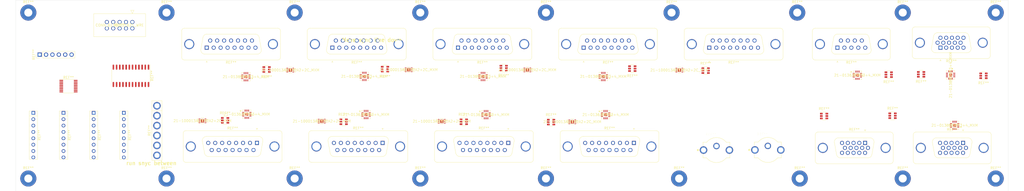
<source format=kicad_pcb>
(kicad_pcb (version 20171130) (host pcbnew "(5.1.10)-1")
  (layers (0 F.Cu signal) (1 In1.Cu power) (2 In2.Cu signal) (31 B.Cu signal) (34 B.Paste user) (35 F.Paste user) (36 B.SilkS user) (37 F.SilkS user hide) (38 B.Mask user) (39 F.Mask user) (44 Edge.Cuts user))
  (net 0 "")
  (module Connector_Molex:Molex_9652068 (layer F.Cu) (at 56.1975 52.07 270)
    (fp_text reference REF** (at 0 3 90) (layer F.SilkS))
    (fp_text value Molex_9652068)
    (pad 6 thru_hole circle (at 9.9 0 270) (size 3 3) (drill 2) (layers *.Cu *.Mask))
    (pad 5 thru_hole circle (at 5.94 0 270) (size 3 3) (drill 2) (layers *.Cu *.Mask))
    (pad 4 thru_hole circle (at 1.98 0 270) (size 3 3) (drill 2) (layers *.Cu *.Mask))
    (pad 3 thru_hole circle (at -1.98 0 270) (size 3 3) (drill 2) (layers *.Cu *.Mask))
    (pad 2 thru_hole circle (at -5.94 0 270) (size 3 3) (drill 2) (layers *.Cu *.Mask))
    (pad 1 thru_hole circle (at -9.9 0 270) (size 3 3) (drill 2) (layers *.Cu *.Mask))
  )
  (module MountingHole:MountingHole_3.2mm_M3_Pad (layer F.Cu) (at 60 71.2)
    (fp_text reference REF** (at 0 -4.2) (layer F.SilkS))
    (fp_text value MountingHole_3.2mm_M3_Pad)
    (pad 1 thru_hole circle (at 0 0) (size 6.4 6.4) (drill 3.2) (layers *.Cu *.Mask))
  )
  (module MountingHole:MountingHole_3.2mm_M3_Pad (layer F.Cu) (at 5 5)
    (fp_text reference REF** (at 0 -4.2) (layer F.SilkS))
    (fp_text value MountingHole_3.2mm_M3_Pad)
    (pad 1 thru_hole circle (at 0 0) (size 6.4 6.4) (drill 3.2) (layers *.Cu *.Mask))
  )
  (module MountingHole:MountingHole_3.2mm_M3_Pad (layer F.Cu) (at 5 71.2)
    (fp_text reference REF** (at 0 -4.2) (layer F.SilkS))
    (fp_text value MountingHole_3.2mm_M3_Pad)
    (pad 1 thru_hole circle (at 0 0) (size 6.4 6.4) (drill 3.2) (layers *.Cu *.Mask))
  )
  (module MountingHole:MountingHole_3.2mm_M3_Pad (layer F.Cu) (at 161 5)
    (fp_text reference REF** (at 0 -4.2) (layer F.SilkS))
    (fp_text value MountingHole_3.2mm_M3_Pad)
    (pad 1 thru_hole circle (at 0 0) (size 6.4 6.4) (drill 3.2) (layers *.Cu *.Mask))
  )
  (module MountingHole:MountingHole_3.2mm_M3_Pad (layer F.Cu) (at 211 5)
    (fp_text reference REF** (at 0 -4.2) (layer F.SilkS))
    (fp_text value MountingHole_3.2mm_M3_Pad)
    (pad 1 thru_hole circle (at 0 0) (size 6.4 6.4) (drill 3.2) (layers *.Cu *.Mask))
  )
  (module MountingHole:MountingHole_3.2mm_M3_Pad (layer F.Cu) (at 353 5)
    (fp_text reference REF** (at 0 -4.2) (layer F.SilkS))
    (fp_text value MountingHole_3.2mm_M3_Pad)
    (pad 1 thru_hole circle (at 0 0) (size 6.4 6.4) (drill 3.2) (layers *.Cu *.Mask))
  )
  (module MountingHole:MountingHole_3.2mm_M3_Pad (layer F.Cu) (at 311 5)
    (fp_text reference REF** (at 0 -4.2) (layer F.SilkS))
    (fp_text value MountingHole_3.2mm_M3_Pad)
    (pad 1 thru_hole circle (at 0 0) (size 6.4 6.4) (drill 3.2) (layers *.Cu *.Mask))
  )
  (module MountingHole:MountingHole_3.2mm_M3_Pad (layer F.Cu) (at 261 5)
    (fp_text reference REF** (at 0 -4.2) (layer F.SilkS))
    (fp_text value MountingHole_3.2mm_M3_Pad)
    (pad 1 thru_hole circle (at 0 0) (size 6.4 6.4) (drill 3.2) (layers *.Cu *.Mask))
  )
  (module MountingHole:MountingHole_3.2mm_M3_Pad (layer F.Cu) (at 390 5)
    (fp_text reference REF** (at 0 -4.2) (layer F.SilkS))
    (fp_text value MountingHole_3.2mm_M3_Pad)
    (pad 1 thru_hole circle (at 0 0) (size 6.4 6.4) (drill 3.2) (layers *.Cu *.Mask))
  )
  (module MountingHole:MountingHole_3.2mm_M3_Pad (layer F.Cu) (at 390 71.2)
    (fp_text reference REF** (at 0 -4.2) (layer F.SilkS))
    (fp_text value MountingHole_3.2mm_M3_Pad)
    (pad 1 thru_hole circle (at 0 0) (size 6.4 6.4) (drill 3.2) (layers *.Cu *.Mask))
  )
  (module MountingHole:MountingHole_3.2mm_M3_Pad (layer F.Cu) (at 353 71.2)
    (fp_text reference REF** (at 0 -4.2) (layer F.SilkS))
    (fp_text value MountingHole_3.2mm_M3_Pad)
    (pad 1 thru_hole circle (at 0 0) (size 6.4 6.4) (drill 3.2) (layers *.Cu *.Mask))
  )
  (module MountingHole:MountingHole_3.2mm_M3_Pad (layer F.Cu) (at 312 71.2)
    (fp_text reference REF** (at 0 -4.2) (layer F.SilkS))
    (fp_text value MountingHole_3.2mm_M3_Pad)
    (pad 1 thru_hole circle (at 0 0) (size 6.4 6.4) (drill 3.2) (layers *.Cu *.Mask))
  )
  (module MountingHole:MountingHole_3.2mm_M3_Pad (layer F.Cu) (at 264 71.2)
    (fp_text reference REF** (at 0 -4.2) (layer F.SilkS))
    (fp_text value MountingHole_3.2mm_M3_Pad)
    (pad 1 thru_hole circle (at 0 0) (size 6.4 6.4) (drill 3.2) (layers *.Cu *.Mask))
  )
  (module MountingHole:MountingHole_3.2mm_M3_Pad (layer F.Cu) (at 211 71.2)
    (fp_text reference REF** (at 0 -4.2) (layer F.SilkS))
    (fp_text value MountingHole_3.2mm_M3_Pad)
    (pad 1 thru_hole circle (at 0 0) (size 6.4 6.4) (drill 3.2) (layers *.Cu *.Mask))
  )
  (module MountingHole:MountingHole_3.2mm_M3_Pad (layer F.Cu) (at 161 71.2)
    (fp_text reference REF** (at 0 -4.2) (layer F.SilkS))
    (fp_text value MountingHole_3.2mm_M3_Pad)
    (pad 1 thru_hole circle (at 0 0) (size 6.4 6.4) (drill 3.2) (layers *.Cu *.Mask))
  )
  (module MountingHole:MountingHole_3.2mm_M3_Pad (layer F.Cu) (at 111 71.2)
    (fp_text reference REF** (at 0 -4.2) (layer F.SilkS))
    (fp_text value MountingHole_3.2mm_M3_Pad)
    (pad 1 thru_hole circle (at 0 0) (size 6.4 6.4) (drill 3.2) (layers *.Cu *.Mask))
  )
  (module MountingHole:MountingHole_3.2mm_M3_Pad (layer F.Cu) (at 60 5)
    (fp_text reference REF** (at 0 -4.2) (layer F.SilkS))
    (fp_text value MountingHole_3.2mm_M3_Pad)
    (pad 1 thru_hole circle (at 0 0) (size 6.4 6.4) (drill 3.2) (layers *.Cu *.Mask))
  )
  (module MountingHole:MountingHole_3.2mm_M3_Pad (layer F.Cu) (at 111 5)
    (fp_text reference REF** (at 0 -4.2) (layer F.SilkS))
    (fp_text value MountingHole_3.2mm_M3_Pad)
    (pad 1 thru_hole circle (at 0 0) (size 6.4 6.4) (drill 3.2) (layers *.Cu *.Mask))
  )
  (module Connector_PinSocket_2.54mm:61201021621 (layer F.Cu) (at 46.416 8.763)
    (fp_text reference REF** (at -5.08 1.27) (layer F.SilkS))
    (fp_text value CONN_61201021621_WRE (at -5.08 1.27) (layer F.SilkS))
    (fp_text user * (at 0 0) (layer F.SilkS))
    (pad 1 thru_hole circle (at 0 0) (size 1.6002 1.6002) (drill 1.0922) (layers *.Cu *.Mask))
    (pad 2 thru_hole circle (at 0 2.54) (size 1.6002 1.6002) (drill 1.0922) (layers *.Cu *.Mask))
    (pad 3 thru_hole circle (at -2.54 0) (size 1.6002 1.6002) (drill 1.0922) (layers *.Cu *.Mask))
    (pad 4 thru_hole circle (at -2.54 2.54) (size 1.6002 1.6002) (drill 1.0922) (layers *.Cu *.Mask))
    (pad 5 thru_hole circle (at -5.08 0) (size 1.6002 1.6002) (drill 1.0922) (layers *.Cu *.Mask))
    (pad 6 thru_hole circle (at -5.08 2.54) (size 1.6002 1.6002) (drill 1.0922) (layers *.Cu *.Mask))
    (pad 7 thru_hole circle (at -7.62 0) (size 1.6002 1.6002) (drill 1.0922) (layers *.Cu *.Mask))
    (pad 8 thru_hole circle (at -7.62 2.54) (size 1.6002 1.6002) (drill 1.0922) (layers *.Cu *.Mask))
    (pad 9 thru_hole circle (at -10.16 0) (size 1.6002 1.6002) (drill 1.0922) (layers *.Cu *.Mask))
    (pad 10 thru_hole circle (at -10.16 2.54) (size 1.6002 1.6002) (drill 1.0922) (layers *.Cu *.Mask))
  )
  (module Package_SO:TSSOP-16_4.4x5mm_P0.65mm (layer F.Cu) (at 20.9855 34.3535)
    (fp_text reference REF** (at 0 -3.45) (layer F.SilkS))
    (fp_text value TSSOP-16_4.4x5mm_P0.65mm)
    (pad 16 smd roundrect (at 2.8625 -2.275) (size 1.475 0.4) (layers F.Cu F.Paste F.Mask))
    (pad 15 smd roundrect (at 2.8625 -1.625) (size 1.475 0.4) (layers F.Cu F.Paste F.Mask))
    (pad 14 smd roundrect (at 2.8625 -0.975) (size 1.475 0.4) (layers F.Cu F.Paste F.Mask))
    (pad 13 smd roundrect (at 2.8625 -0.325) (size 1.475 0.4) (layers F.Cu F.Paste F.Mask))
    (pad 12 smd roundrect (at 2.8625 0.325) (size 1.475 0.4) (layers F.Cu F.Paste F.Mask))
    (pad 11 smd roundrect (at 2.8625 0.975) (size 1.475 0.4) (layers F.Cu F.Paste F.Mask))
    (pad 10 smd roundrect (at 2.8625 1.625) (size 1.475 0.4) (layers F.Cu F.Paste F.Mask))
    (pad 9 smd roundrect (at 2.8625 2.275) (size 1.475 0.4) (layers F.Cu F.Paste F.Mask))
    (pad 8 smd roundrect (at -2.8625 2.275) (size 1.475 0.4) (layers F.Cu F.Paste F.Mask))
    (pad 7 smd roundrect (at -2.8625 1.625) (size 1.475 0.4) (layers F.Cu F.Paste F.Mask))
    (pad 6 smd roundrect (at -2.8625 0.975) (size 1.475 0.4) (layers F.Cu F.Paste F.Mask))
    (pad 5 smd roundrect (at -2.8625 0.325) (size 1.475 0.4) (layers F.Cu F.Paste F.Mask))
    (pad 4 smd roundrect (at -2.8625 -0.325) (size 1.475 0.4) (layers F.Cu F.Paste F.Mask))
    (pad 3 smd roundrect (at -2.8625 -0.975) (size 1.475 0.4) (layers F.Cu F.Paste F.Mask))
    (pad 2 smd roundrect (at -2.8625 -1.625) (size 1.475 0.4) (layers F.Cu F.Paste F.Mask))
    (pad 1 smd roundrect (at -2.8625 -2.275) (size 1.475 0.4) (layers F.Cu F.Paste F.Mask))
  )
  (module Connector_PinHeader_2.54mm:PinHeader_1x06_P2.54mm_Vertical (layer F.Cu) (at 9.5225 21.7805 90)
    (fp_text reference REF** (at 0 -2.33 90) (layer F.SilkS))
    (fp_text value PinHeader_1x06_P2.54mm_Vertical)
    (pad 6 thru_hole oval (at 0 12.7 90) (size 1.7 1.7) (drill 1) (layers *.Cu *.Mask))
    (pad 5 thru_hole oval (at 0 10.16 90) (size 1.7 1.7) (drill 1) (layers *.Cu *.Mask))
    (pad 4 thru_hole oval (at 0 7.62 90) (size 1.7 1.7) (drill 1) (layers *.Cu *.Mask))
    (pad 3 thru_hole oval (at 0 5.08 90) (size 1.7 1.7) (drill 1) (layers *.Cu *.Mask))
    (pad 2 thru_hole oval (at 0 2.54 90) (size 1.7 1.7) (drill 1) (layers *.Cu *.Mask))
    (pad 1 thru_hole rect (at 0 0 90) (size 1.7 1.7) (drill 1) (layers *.Cu *.Mask))
  )
  (module Package_SIP:SIP-8_19x3mm_P2.54mm (layer F.Cu) (at 43 45 270)
    (fp_text reference REF** (at 8.89 -2.4 90) (layer F.SilkS))
    (fp_text value SIP-8_19x3mm_P2.54mm)
    (pad 8 thru_hole circle (at 17.78 0) (size 1.45 1.45) (drill 0.85) (layers *.Cu *.Mask))
    (pad 7 thru_hole circle (at 15.24 0) (size 1.45 1.45) (drill 0.85) (layers *.Cu *.Mask))
    (pad 6 thru_hole circle (at 12.7 0) (size 1.45 1.45) (drill 0.85) (layers *.Cu *.Mask))
    (pad 5 thru_hole circle (at 10.16 0) (size 1.45 1.45) (drill 0.85) (layers *.Cu *.Mask))
    (pad 4 thru_hole circle (at 7.62 0) (size 1.45 1.45) (drill 0.85) (layers *.Cu *.Mask))
    (pad 3 thru_hole circle (at 5.08 0) (size 1.45 1.45) (drill 0.85) (layers *.Cu *.Mask))
    (pad 2 thru_hole circle (at 2.54 0) (size 1.45 1.45) (drill 0.85) (layers *.Cu *.Mask))
    (pad 1 thru_hole rect (at 0 0) (size 1.45 1.45) (drill 0.85) (layers *.Cu *.Mask))
  )
  (module Package_SIP:SIP-8_19x3mm_P2.54mm (layer F.Cu) (at 31 45 270)
    (fp_text reference REF** (at 8.89 -2.4 90) (layer F.SilkS))
    (fp_text value SIP-8_19x3mm_P2.54mm)
    (pad 8 thru_hole circle (at 17.78 0) (size 1.45 1.45) (drill 0.85) (layers *.Cu *.Mask))
    (pad 7 thru_hole circle (at 15.24 0) (size 1.45 1.45) (drill 0.85) (layers *.Cu *.Mask))
    (pad 6 thru_hole circle (at 12.7 0) (size 1.45 1.45) (drill 0.85) (layers *.Cu *.Mask))
    (pad 5 thru_hole circle (at 10.16 0) (size 1.45 1.45) (drill 0.85) (layers *.Cu *.Mask))
    (pad 4 thru_hole circle (at 7.62 0) (size 1.45 1.45) (drill 0.85) (layers *.Cu *.Mask))
    (pad 3 thru_hole circle (at 5.08 0) (size 1.45 1.45) (drill 0.85) (layers *.Cu *.Mask))
    (pad 2 thru_hole circle (at 2.54 0) (size 1.45 1.45) (drill 0.85) (layers *.Cu *.Mask))
    (pad 1 thru_hole rect (at 0 0) (size 1.45 1.45) (drill 0.85) (layers *.Cu *.Mask))
  )
  (module Package_SIP:SIP-8_19x3mm_P2.54mm (layer F.Cu) (at 19 45 270)
    (fp_text reference REF** (at 8.89 -2.4 90) (layer F.SilkS))
    (fp_text value SIP-8_19x3mm_P2.54mm)
    (pad 8 thru_hole circle (at 17.78 0) (size 1.45 1.45) (drill 0.85) (layers *.Cu *.Mask))
    (pad 7 thru_hole circle (at 15.24 0) (size 1.45 1.45) (drill 0.85) (layers *.Cu *.Mask))
    (pad 6 thru_hole circle (at 12.7 0) (size 1.45 1.45) (drill 0.85) (layers *.Cu *.Mask))
    (pad 5 thru_hole circle (at 10.16 0) (size 1.45 1.45) (drill 0.85) (layers *.Cu *.Mask))
    (pad 4 thru_hole circle (at 7.62 0) (size 1.45 1.45) (drill 0.85) (layers *.Cu *.Mask))
    (pad 3 thru_hole circle (at 5.08 0) (size 1.45 1.45) (drill 0.85) (layers *.Cu *.Mask))
    (pad 2 thru_hole circle (at 2.54 0) (size 1.45 1.45) (drill 0.85) (layers *.Cu *.Mask))
    (pad 1 thru_hole rect (at 0 0) (size 1.45 1.45) (drill 0.85) (layers *.Cu *.Mask))
  )
  (module Package_SIP:SIP-8_19x3mm_P2.54mm (layer F.Cu) (at 7 45 270)
    (fp_text reference REF** (at 8.89 -2.4 90) (layer F.SilkS))
    (fp_text value SIP-8_19x3mm_P2.54mm)
    (pad 8 thru_hole circle (at 17.78 0) (size 1.45 1.45) (drill 0.85) (layers *.Cu *.Mask))
    (pad 7 thru_hole circle (at 15.24 0) (size 1.45 1.45) (drill 0.85) (layers *.Cu *.Mask))
    (pad 6 thru_hole circle (at 12.7 0) (size 1.45 1.45) (drill 0.85) (layers *.Cu *.Mask))
    (pad 5 thru_hole circle (at 10.16 0) (size 1.45 1.45) (drill 0.85) (layers *.Cu *.Mask))
    (pad 4 thru_hole circle (at 7.62 0) (size 1.45 1.45) (drill 0.85) (layers *.Cu *.Mask))
    (pad 3 thru_hole circle (at 5.08 0) (size 1.45 1.45) (drill 0.85) (layers *.Cu *.Mask))
    (pad 2 thru_hole circle (at 2.54 0) (size 1.45 1.45) (drill 0.85) (layers *.Cu *.Mask))
    (pad 1 thru_hole rect (at 0 0) (size 1.45 1.45) (drill 0.85) (layers *.Cu *.Mask))
  )
  (module Package_SO:SO-24_5.3x15mm_P1.27mm (layer F.Cu) (at 45.847 30.226 270)
    (fp_text reference REF** (at 0 -8.45 90) (layer F.SilkS))
    (fp_text value SO-24_5.3x15mm_P1.27mm)
    (pad 1 smd roundrect (at -3.4625 -6.985 270) (size 1.975 0.6) (layers F.Cu F.Paste F.Mask))
    (pad 2 smd roundrect (at -3.4625 -5.715 270) (size 1.975 0.6) (layers F.Cu F.Paste F.Mask))
    (pad 3 smd roundrect (at -3.4625 -4.445 270) (size 1.975 0.6) (layers F.Cu F.Paste F.Mask))
    (pad 4 smd roundrect (at -3.4625 -3.175 270) (size 1.975 0.6) (layers F.Cu F.Paste F.Mask))
    (pad 5 smd roundrect (at -3.4625 -1.905 270) (size 1.975 0.6) (layers F.Cu F.Paste F.Mask))
    (pad 6 smd roundrect (at -3.4625 -0.635 270) (size 1.975 0.6) (layers F.Cu F.Paste F.Mask))
    (pad 7 smd roundrect (at -3.4625 0.635 270) (size 1.975 0.6) (layers F.Cu F.Paste F.Mask))
    (pad 8 smd roundrect (at -3.4625 1.905 270) (size 1.975 0.6) (layers F.Cu F.Paste F.Mask))
    (pad 9 smd roundrect (at -3.4625 3.175 270) (size 1.975 0.6) (layers F.Cu F.Paste F.Mask))
    (pad 10 smd roundrect (at -3.4625 4.445 270) (size 1.975 0.6) (layers F.Cu F.Paste F.Mask))
    (pad 11 smd roundrect (at -3.4625 5.715 270) (size 1.975 0.6) (layers F.Cu F.Paste F.Mask))
    (pad 12 smd roundrect (at -3.4625 6.985 270) (size 1.975 0.6) (layers F.Cu F.Paste F.Mask))
    (pad 13 smd roundrect (at 3.4625 6.985 270) (size 1.975 0.6) (layers F.Cu F.Paste F.Mask))
    (pad 14 smd roundrect (at 3.4625 5.715 270) (size 1.975 0.6) (layers F.Cu F.Paste F.Mask))
    (pad 15 smd roundrect (at 3.4625 4.445 270) (size 1.975 0.6) (layers F.Cu F.Paste F.Mask))
    (pad 16 smd roundrect (at 3.4625 3.175 270) (size 1.975 0.6) (layers F.Cu F.Paste F.Mask))
    (pad 17 smd roundrect (at 3.4625 1.905 270) (size 1.975 0.6) (layers F.Cu F.Paste F.Mask))
    (pad 18 smd roundrect (at 3.4625 0.635 270) (size 1.975 0.6) (layers F.Cu F.Paste F.Mask))
    (pad 19 smd roundrect (at 3.4625 -0.635 270) (size 1.975 0.6) (layers F.Cu F.Paste F.Mask))
    (pad 20 smd roundrect (at 3.4625 -1.905 270) (size 1.975 0.6) (layers F.Cu F.Paste F.Mask))
    (pad 21 smd roundrect (at 3.4625 -3.175 270) (size 1.975 0.6) (layers F.Cu F.Paste F.Mask))
    (pad 22 smd roundrect (at 3.4625 -4.445 270) (size 1.975 0.6) (layers F.Cu F.Paste F.Mask))
    (pad 23 smd roundrect (at 3.4625 -5.715 270) (size 1.975 0.6) (layers F.Cu F.Paste F.Mask))
    (pad 24 smd roundrect (at 3.4625 -6.985 270) (size 1.975 0.6) (layers F.Cu F.Paste F.Mask))
  )
  (module Package_TO_SOT_SMD:SOT-23-6 (layer F.Cu) (at 360.2965 29.6385 180)
    (fp_text reference REF** (at 0 -2.9) (layer F.SilkS))
    (fp_text value SOT-23-6)
    (pad 1 smd rect (at -1.1 -0.95 180) (size 1.06 0.65) (layers F.Cu F.Paste F.Mask))
    (pad 2 smd rect (at -1.1 0 180) (size 1.06 0.65) (layers F.Cu F.Paste F.Mask))
    (pad 3 smd rect (at -1.1 0.95 180) (size 1.06 0.65) (layers F.Cu F.Paste F.Mask))
    (pad 4 smd rect (at 1.1 0.95 180) (size 1.06 0.65) (layers F.Cu F.Paste F.Mask))
    (pad 6 smd rect (at 1.1 -0.95 180) (size 1.06 0.65) (layers F.Cu F.Paste F.Mask))
    (pad 5 smd rect (at 1.1 0 180) (size 1.06 0.65) (layers F.Cu F.Paste F.Mask))
  )
  (module Package_TO_SOT_SMD:SOT-23-6 (layer F.Cu) (at 321.6885 46.2755)
    (fp_text reference REF** (at 0 -2.9) (layer F.SilkS))
    (fp_text value SOT-23-6)
    (pad 5 smd rect (at 1.1 0) (size 1.06 0.65) (layers F.Cu F.Paste F.Mask))
    (pad 6 smd rect (at 1.1 -0.95) (size 1.06 0.65) (layers F.Cu F.Paste F.Mask))
    (pad 4 smd rect (at 1.1 0.95) (size 1.06 0.65) (layers F.Cu F.Paste F.Mask))
    (pad 3 smd rect (at -1.1 0.95) (size 1.06 0.65) (layers F.Cu F.Paste F.Mask))
    (pad 2 smd rect (at -1.1 0) (size 1.06 0.65) (layers F.Cu F.Paste F.Mask))
    (pad 1 smd rect (at -1.1 -0.95) (size 1.06 0.65) (layers F.Cu F.Paste F.Mask))
  )
  (module Package_TO_SOT_SMD:SOT-23-6 (layer F.Cu) (at 348.93 46.1485)
    (fp_text reference REF** (at 0 -2.9) (layer F.SilkS))
    (fp_text value SOT-23-6)
    (pad 5 smd rect (at 1.1 0) (size 1.06 0.65) (layers F.Cu F.Paste F.Mask))
    (pad 6 smd rect (at 1.1 -0.95) (size 1.06 0.65) (layers F.Cu F.Paste F.Mask))
    (pad 4 smd rect (at 1.1 0.95) (size 1.06 0.65) (layers F.Cu F.Paste F.Mask))
    (pad 3 smd rect (at -1.1 0.95) (size 1.06 0.65) (layers F.Cu F.Paste F.Mask))
    (pad 2 smd rect (at -1.1 0) (size 1.06 0.65) (layers F.Cu F.Paste F.Mask))
    (pad 1 smd rect (at -1.1 -0.95) (size 1.06 0.65) (layers F.Cu F.Paste F.Mask))
  )
  (module Package_TO_SOT_SMD:SOT-23-6 (layer F.Cu) (at 385.125 30.21 180)
    (fp_text reference REF** (at 0 -2.9) (layer F.SilkS))
    (fp_text value SOT-23-6)
    (pad 5 smd rect (at 1.1 0 180) (size 1.06 0.65) (layers F.Cu F.Paste F.Mask))
    (pad 6 smd rect (at 1.1 -0.95 180) (size 1.06 0.65) (layers F.Cu F.Paste F.Mask))
    (pad 4 smd rect (at 1.1 0.95 180) (size 1.06 0.65) (layers F.Cu F.Paste F.Mask))
    (pad 3 smd rect (at -1.1 0.95 180) (size 1.06 0.65) (layers F.Cu F.Paste F.Mask))
    (pad 2 smd rect (at -1.1 0 180) (size 1.06 0.65) (layers F.Cu F.Paste F.Mask))
    (pad 1 smd rect (at -1.1 -0.95 180) (size 1.06 0.65) (layers F.Cu F.Paste F.Mask))
  )
  (module Package_TO_SOT_SMD:SOT-23-6 (layer F.Cu) (at 347.406 29.7655 180)
    (fp_text reference REF** (at 0 -2.9) (layer F.SilkS))
    (fp_text value SOT-23-6)
    (pad 5 smd rect (at 1.1 0 180) (size 1.06 0.65) (layers F.Cu F.Paste F.Mask))
    (pad 6 smd rect (at 1.1 -0.95 180) (size 1.06 0.65) (layers F.Cu F.Paste F.Mask))
    (pad 4 smd rect (at 1.1 0.95 180) (size 1.06 0.65) (layers F.Cu F.Paste F.Mask))
    (pad 3 smd rect (at -1.1 0.95 180) (size 1.06 0.65) (layers F.Cu F.Paste F.Mask))
    (pad 2 smd rect (at -1.1 0 180) (size 1.06 0.65) (layers F.Cu F.Paste F.Mask))
    (pad 1 smd rect (at -1.1 -0.95 180) (size 1.06 0.65) (layers F.Cu F.Paste F.Mask))
  )
  (module Connector_Dsub:DSUB-15-HD_Female_Vertical_P2.29x1.98mm_MountingHoles (layer F.Cu) (at 368 19 180)
    (fp_text reference REF** (at -4.315 -5.33) (layer F.SilkS))
    (fp_text value DSUB-15-HD_Female_Vertical_P2.29x1.98mm_MountingHoles)
    (pad 0 thru_hole circle (at 8.185 1.98 180) (size 4 4) (drill 3.2) (layers *.Cu *.Mask))
    (pad 0 thru_hole circle (at -16.815 1.98 180) (size 4 4) (drill 3.2) (layers *.Cu *.Mask))
    (pad 15 thru_hole circle (at -9.16 3.96 180) (size 1.6 1.6) (drill 1) (layers *.Cu *.Mask))
    (pad 14 thru_hole circle (at -6.87 3.96 180) (size 1.6 1.6) (drill 1) (layers *.Cu *.Mask))
    (pad 13 thru_hole circle (at -4.58 3.96 180) (size 1.6 1.6) (drill 1) (layers *.Cu *.Mask))
    (pad 12 thru_hole circle (at -2.29 3.96 180) (size 1.6 1.6) (drill 1) (layers *.Cu *.Mask))
    (pad 11 thru_hole circle (at 0 3.96 180) (size 1.6 1.6) (drill 1) (layers *.Cu *.Mask))
    (pad 10 thru_hole circle (at -8.015 1.98 180) (size 1.6 1.6) (drill 1) (layers *.Cu *.Mask))
    (pad 9 thru_hole circle (at -5.725 1.98 180) (size 1.6 1.6) (drill 1) (layers *.Cu *.Mask))
    (pad 8 thru_hole circle (at -3.435 1.98 180) (size 1.6 1.6) (drill 1) (layers *.Cu *.Mask))
    (pad 7 thru_hole circle (at -1.145 1.98 180) (size 1.6 1.6) (drill 1) (layers *.Cu *.Mask))
    (pad 6 thru_hole circle (at 1.145 1.98 180) (size 1.6 1.6) (drill 1) (layers *.Cu *.Mask))
    (pad 5 thru_hole circle (at -9.16 0 180) (size 1.6 1.6) (drill 1) (layers *.Cu *.Mask))
    (pad 4 thru_hole circle (at -6.87 0 180) (size 1.6 1.6) (drill 1) (layers *.Cu *.Mask))
    (pad 3 thru_hole circle (at -4.58 0 180) (size 1.6 1.6) (drill 1) (layers *.Cu *.Mask))
    (pad 2 thru_hole circle (at -2.29 0 180) (size 1.6 1.6) (drill 1) (layers *.Cu *.Mask))
    (pad 1 thru_hole rect (at 0 0 180) (size 1.6 1.6) (drill 1) (layers *.Cu *.Mask))
  )
  (module Connector_Dsub:DSUB-9_Female_Vertical_P2.77x2.84mm_MountingHoles (layer F.Cu) (at 327 19 180)
    (fp_text reference REF** (at -5.54 -5.89) (layer F.SilkS))
    (fp_text value DSUB-9_Female_Vertical_P2.77x2.84mm_MountingHoles)
    (pad 0 thru_hole circle (at 6.96 1.42 180) (size 4 4) (drill 3.2) (layers *.Cu *.Mask))
    (pad 0 thru_hole circle (at -18.04 1.42 180) (size 4 4) (drill 3.2) (layers *.Cu *.Mask))
    (pad 9 thru_hole circle (at -9.695 2.84 180) (size 1.6 1.6) (drill 1) (layers *.Cu *.Mask))
    (pad 8 thru_hole circle (at -6.925 2.84 180) (size 1.6 1.6) (drill 1) (layers *.Cu *.Mask))
    (pad 7 thru_hole circle (at -4.155 2.84 180) (size 1.6 1.6) (drill 1) (layers *.Cu *.Mask))
    (pad 6 thru_hole circle (at -1.385 2.84 180) (size 1.6 1.6) (drill 1) (layers *.Cu *.Mask))
    (pad 5 thru_hole circle (at -11.08 0 180) (size 1.6 1.6) (drill 1) (layers *.Cu *.Mask))
    (pad 4 thru_hole circle (at -8.31 0 180) (size 1.6 1.6) (drill 1) (layers *.Cu *.Mask))
    (pad 3 thru_hole circle (at -5.54 0 180) (size 1.6 1.6) (drill 1) (layers *.Cu *.Mask))
    (pad 2 thru_hole circle (at -2.77 0 180) (size 1.6 1.6) (drill 1) (layers *.Cu *.Mask))
    (pad 1 thru_hole rect (at 0 0 180) (size 1.6 1.6) (drill 1) (layers *.Cu *.Mask))
  )
  (module 2021-06-20_01-56-06:MAX4887ETE&plus_ (layer F.Cu) (at 373.6442 49.9943 180)
    (fp_text reference REF** (at 0 0) (layer F.SilkS))
    (fp_text value 21-0136_T1633+4_MXM (at 0 0) (layer F.SilkS))
    (fp_text user * (at -2.4892 -1) (layer F.SilkS))
    (fp_text user * (at -2.4892 -1) (layer F.SilkS))
    (pad 17 smd rect (at 0 0 180) (size 1.2446 1.2446) (layers F.Cu F.Paste F.Mask))
    (pad 16 smd rect (at -0.750001 -1.4478 180) (size 0.254 0.8128) (layers F.Cu F.Paste F.Mask))
    (pad 15 smd rect (at -0.25 -1.4478 180) (size 0.254 0.8128) (layers F.Cu F.Paste F.Mask))
    (pad 14 smd rect (at 0.25 -1.4478 180) (size 0.254 0.8128) (layers F.Cu F.Paste F.Mask))
    (pad 13 smd rect (at 0.750001 -1.4478 180) (size 0.254 0.8128) (layers F.Cu F.Paste F.Mask))
    (pad 12 smd rect (at 1.4478 -0.750001 270) (size 0.254 0.8128) (layers F.Cu F.Paste F.Mask))
    (pad 11 smd rect (at 1.4478 -0.25 270) (size 0.254 0.8128) (layers F.Cu F.Paste F.Mask))
    (pad 10 smd rect (at 1.4478 0.25 270) (size 0.254 0.8128) (layers F.Cu F.Paste F.Mask))
    (pad 9 smd rect (at 1.4478 0.750001 270) (size 0.254 0.8128) (layers F.Cu F.Paste F.Mask))
    (pad 8 smd rect (at 0.750001 1.4478 180) (size 0.254 0.8128) (layers F.Cu F.Paste F.Mask))
    (pad 7 smd rect (at 0.25 1.4478 180) (size 0.254 0.8128) (layers F.Cu F.Paste F.Mask))
    (pad 6 smd rect (at -0.25 1.4478 180) (size 0.254 0.8128) (layers F.Cu F.Paste F.Mask))
    (pad 5 smd rect (at -0.750001 1.4478 180) (size 0.254 0.8128) (layers F.Cu F.Paste F.Mask))
    (pad 4 smd rect (at -1.4478 0.750001 270) (size 0.254 0.8128) (layers F.Cu F.Paste F.Mask))
    (pad 3 smd rect (at -1.4478 0.25 270) (size 0.254 0.8128) (layers F.Cu F.Paste F.Mask))
    (pad 2 smd rect (at -1.4478 -0.25 270) (size 0.254 0.8128) (layers F.Cu F.Paste F.Mask))
    (pad 1 smd rect (at -1.4478 -0.750001 270) (size 0.254 0.8128) (layers F.Cu F.Paste F.Mask))
  )
  (module 2021-06-20_01-56-06:MAX4887ETE&plus_ (layer F.Cu) (at 372.044 29.8925 270)
    (fp_text reference REF** (at 0 0 90) (layer F.SilkS))
    (fp_text value 21-0136_T1633+4_MXM (at 0 0 90) (layer F.SilkS))
    (fp_text user * (at -2.4892 -1 90) (layer F.SilkS))
    (fp_text user * (at -2.4892 -1 90) (layer F.SilkS))
    (pad 17 smd rect (at 0 0 270) (size 1.2446 1.2446) (layers F.Cu F.Paste F.Mask))
    (pad 16 smd rect (at -0.750001 -1.4478 270) (size 0.254 0.8128) (layers F.Cu F.Paste F.Mask))
    (pad 15 smd rect (at -0.25 -1.4478 270) (size 0.254 0.8128) (layers F.Cu F.Paste F.Mask))
    (pad 14 smd rect (at 0.25 -1.4478 270) (size 0.254 0.8128) (layers F.Cu F.Paste F.Mask))
    (pad 13 smd rect (at 0.750001 -1.4478 270) (size 0.254 0.8128) (layers F.Cu F.Paste F.Mask))
    (pad 12 smd rect (at 1.4478 -0.750001) (size 0.254 0.8128) (layers F.Cu F.Paste F.Mask))
    (pad 11 smd rect (at 1.4478 -0.25) (size 0.254 0.8128) (layers F.Cu F.Paste F.Mask))
    (pad 10 smd rect (at 1.4478 0.25) (size 0.254 0.8128) (layers F.Cu F.Paste F.Mask))
    (pad 9 smd rect (at 1.4478 0.750001) (size 0.254 0.8128) (layers F.Cu F.Paste F.Mask))
    (pad 8 smd rect (at 0.750001 1.4478 270) (size 0.254 0.8128) (layers F.Cu F.Paste F.Mask))
    (pad 7 smd rect (at 0.25 1.4478 270) (size 0.254 0.8128) (layers F.Cu F.Paste F.Mask))
    (pad 6 smd rect (at -0.25 1.4478 270) (size 0.254 0.8128) (layers F.Cu F.Paste F.Mask))
    (pad 5 smd rect (at -0.750001 1.4478 270) (size 0.254 0.8128) (layers F.Cu F.Paste F.Mask))
    (pad 4 smd rect (at -1.4478 0.750001) (size 0.254 0.8128) (layers F.Cu F.Paste F.Mask))
    (pad 3 smd rect (at -1.4478 0.25) (size 0.254 0.8128) (layers F.Cu F.Paste F.Mask))
    (pad 2 smd rect (at -1.4478 -0.25) (size 0.254 0.8128) (layers F.Cu F.Paste F.Mask))
    (pad 1 smd rect (at -1.4478 -0.750001) (size 0.254 0.8128) (layers F.Cu F.Paste F.Mask))
  )
  (module 2021-06-20_01-56-06:MAX4887ETE&plus_ (layer F.Cu) (at 334.9473 29.9837)
    (fp_text reference REF** (at 0 0) (layer F.SilkS))
    (fp_text value 21-0136_T1633+4_MXM (at 0 0) (layer F.SilkS))
    (fp_text user * (at -2.4892 -1) (layer F.SilkS))
    (fp_text user * (at -2.4892 -1) (layer F.SilkS))
    (pad 17 smd rect (at 0 0) (size 1.2446 1.2446) (layers F.Cu F.Paste F.Mask))
    (pad 16 smd rect (at -0.750001 -1.4478) (size 0.254 0.8128) (layers F.Cu F.Paste F.Mask))
    (pad 15 smd rect (at -0.25 -1.4478) (size 0.254 0.8128) (layers F.Cu F.Paste F.Mask))
    (pad 14 smd rect (at 0.25 -1.4478) (size 0.254 0.8128) (layers F.Cu F.Paste F.Mask))
    (pad 13 smd rect (at 0.750001 -1.4478) (size 0.254 0.8128) (layers F.Cu F.Paste F.Mask))
    (pad 12 smd rect (at 1.4478 -0.750001 90) (size 0.254 0.8128) (layers F.Cu F.Paste F.Mask))
    (pad 11 smd rect (at 1.4478 -0.25 90) (size 0.254 0.8128) (layers F.Cu F.Paste F.Mask))
    (pad 10 smd rect (at 1.4478 0.25 90) (size 0.254 0.8128) (layers F.Cu F.Paste F.Mask))
    (pad 9 smd rect (at 1.4478 0.750001 90) (size 0.254 0.8128) (layers F.Cu F.Paste F.Mask))
    (pad 8 smd rect (at 0.750001 1.4478) (size 0.254 0.8128) (layers F.Cu F.Paste F.Mask))
    (pad 7 smd rect (at 0.25 1.4478) (size 0.254 0.8128) (layers F.Cu F.Paste F.Mask))
    (pad 6 smd rect (at -0.25 1.4478) (size 0.254 0.8128) (layers F.Cu F.Paste F.Mask))
    (pad 5 smd rect (at -0.750001 1.4478) (size 0.254 0.8128) (layers F.Cu F.Paste F.Mask))
    (pad 4 smd rect (at -1.4478 0.750001 90) (size 0.254 0.8128) (layers F.Cu F.Paste F.Mask))
    (pad 3 smd rect (at -1.4478 0.25 90) (size 0.254 0.8128) (layers F.Cu F.Paste F.Mask))
    (pad 2 smd rect (at -1.4478 -0.25 90) (size 0.254 0.8128) (layers F.Cu F.Paste F.Mask))
    (pad 1 smd rect (at -1.4478 -0.750001 90) (size 0.254 0.8128) (layers F.Cu F.Paste F.Mask))
  )
  (module Connector_Dsub:DSUB-15-HD_Female_Vertical_P2.29x1.98mm_MountingHoles (layer F.Cu) (at 338 57)
    (fp_text reference REF** (at -4.315 -5.33) (layer F.SilkS))
    (fp_text value DSUB-15-HD_Female_Vertical_P2.29x1.98mm_MountingHoles)
    (pad 0 thru_hole circle (at 8.185 1.98) (size 4 4) (drill 3.2) (layers *.Cu *.Mask))
    (pad 0 thru_hole circle (at -16.815 1.98) (size 4 4) (drill 3.2) (layers *.Cu *.Mask))
    (pad 15 thru_hole circle (at -9.16 3.96) (size 1.6 1.6) (drill 1) (layers *.Cu *.Mask))
    (pad 14 thru_hole circle (at -6.87 3.96) (size 1.6 1.6) (drill 1) (layers *.Cu *.Mask))
    (pad 13 thru_hole circle (at -4.58 3.96) (size 1.6 1.6) (drill 1) (layers *.Cu *.Mask))
    (pad 12 thru_hole circle (at -2.29 3.96) (size 1.6 1.6) (drill 1) (layers *.Cu *.Mask))
    (pad 11 thru_hole circle (at 0 3.96) (size 1.6 1.6) (drill 1) (layers *.Cu *.Mask))
    (pad 10 thru_hole circle (at -8.015 1.98) (size 1.6 1.6) (drill 1) (layers *.Cu *.Mask))
    (pad 9 thru_hole circle (at -5.725 1.98) (size 1.6 1.6) (drill 1) (layers *.Cu *.Mask))
    (pad 8 thru_hole circle (at -3.435 1.98) (size 1.6 1.6) (drill 1) (layers *.Cu *.Mask))
    (pad 7 thru_hole circle (at -1.145 1.98) (size 1.6 1.6) (drill 1) (layers *.Cu *.Mask))
    (pad 6 thru_hole circle (at 1.145 1.98) (size 1.6 1.6) (drill 1) (layers *.Cu *.Mask))
    (pad 5 thru_hole circle (at -9.16 0) (size 1.6 1.6) (drill 1) (layers *.Cu *.Mask))
    (pad 4 thru_hole circle (at -6.87 0) (size 1.6 1.6) (drill 1) (layers *.Cu *.Mask))
    (pad 3 thru_hole circle (at -4.58 0) (size 1.6 1.6) (drill 1) (layers *.Cu *.Mask))
    (pad 2 thru_hole circle (at -2.29 0) (size 1.6 1.6) (drill 1) (layers *.Cu *.Mask))
    (pad 1 thru_hole rect (at 0 0) (size 1.6 1.6) (drill 1) (layers *.Cu *.Mask))
  )
  (module Connector_Dsub:DSUB-15-HD_Female_Vertical_P2.29x1.98mm_MountingHoles (layer F.Cu) (at 377 57)
    (fp_text reference REF** (at -4.315 -5.33) (layer F.SilkS))
    (fp_text value DSUB-15-HD_Female_Vertical_P2.29x1.98mm_MountingHoles)
    (pad 0 thru_hole circle (at 8.185 1.98) (size 4 4) (drill 3.2) (layers *.Cu *.Mask))
    (pad 0 thru_hole circle (at -16.815 1.98) (size 4 4) (drill 3.2) (layers *.Cu *.Mask))
    (pad 15 thru_hole circle (at -9.16 3.96) (size 1.6 1.6) (drill 1) (layers *.Cu *.Mask))
    (pad 14 thru_hole circle (at -6.87 3.96) (size 1.6 1.6) (drill 1) (layers *.Cu *.Mask))
    (pad 13 thru_hole circle (at -4.58 3.96) (size 1.6 1.6) (drill 1) (layers *.Cu *.Mask))
    (pad 12 thru_hole circle (at -2.29 3.96) (size 1.6 1.6) (drill 1) (layers *.Cu *.Mask))
    (pad 11 thru_hole circle (at 0 3.96) (size 1.6 1.6) (drill 1) (layers *.Cu *.Mask))
    (pad 10 thru_hole circle (at -8.015 1.98) (size 1.6 1.6) (drill 1) (layers *.Cu *.Mask))
    (pad 9 thru_hole circle (at -5.725 1.98) (size 1.6 1.6) (drill 1) (layers *.Cu *.Mask))
    (pad 8 thru_hole circle (at -3.435 1.98) (size 1.6 1.6) (drill 1) (layers *.Cu *.Mask))
    (pad 7 thru_hole circle (at -1.145 1.98) (size 1.6 1.6) (drill 1) (layers *.Cu *.Mask))
    (pad 6 thru_hole circle (at 1.145 1.98) (size 1.6 1.6) (drill 1) (layers *.Cu *.Mask))
    (pad 5 thru_hole circle (at -9.16 0) (size 1.6 1.6) (drill 1) (layers *.Cu *.Mask))
    (pad 4 thru_hole circle (at -6.87 0) (size 1.6 1.6) (drill 1) (layers *.Cu *.Mask))
    (pad 3 thru_hole circle (at -4.58 0) (size 1.6 1.6) (drill 1) (layers *.Cu *.Mask))
    (pad 2 thru_hole circle (at -2.29 0) (size 1.6 1.6) (drill 1) (layers *.Cu *.Mask))
    (pad 1 thru_hole rect (at 0 0) (size 1.6 1.6) (drill 1) (layers *.Cu *.Mask))
  )
  (module RCJ-024:CUI_RCJ-022 (layer F.Cu) (at 299.3111 59.8008)
    (fp_text reference REF** (at -2.205855 -6.237415) (layer F.SilkS) (effects (font (size 1.000386 1.000386) (thickness 0.015))))
    (fp_text value "CUI_RCJ-022 RED")
    (pad 1A thru_hole circle (at -5.15 0) (size 3 3) (drill 2) (layers *.Cu *.Mask))
    (pad 1B thru_hole circle (at 5.15 0) (size 3 3) (drill 2) (layers *.Cu *.Mask))
    (pad 2 thru_hole circle (at 0 -1.6) (size 2.55 2.55) (drill 1.7) (layers *.Cu *.Mask))
  )
  (module RCJ-024:CUI_RCJ-023 (layer F.Cu) (at 278.8641 59.8518)
    (fp_text reference REF** (at -2.20699 -6.24061) (layer F.SilkS) (effects (font (size 1.000898 1.000898) (thickness 0.015))))
    (fp_text value "CUI_RCJ-023 White")
    (pad 1A thru_hole circle (at -5.15 0) (size 3 3) (drill 2) (layers *.Cu *.Mask))
    (pad 1B thru_hole circle (at 5.15 0) (size 3 3) (drill 2) (layers *.Cu *.Mask))
    (pad 2 thru_hole circle (at 0 -1.6) (size 2.55 2.55) (drill 1.7) (layers *.Cu *.Mask))
  )
  (module Connector_Dsub:DSUB-15_Female_Vertical_P2.77x2.84mm_MountingHoles (layer F.Cu) (at 96 57)
    (fp_text reference REF** (at -9.695 -5.89) (layer F.SilkS))
    (fp_text value DSUB-15_Female_Vertical_P2.77x2.84mm_MountingHoles)
    (pad 1 thru_hole rect (at 0 0) (size 1.6 1.6) (drill 1) (layers *.Cu *.Mask))
    (pad 2 thru_hole circle (at -2.77 0) (size 1.6 1.6) (drill 1) (layers *.Cu *.Mask))
    (pad 3 thru_hole circle (at -5.54 0) (size 1.6 1.6) (drill 1) (layers *.Cu *.Mask))
    (pad 4 thru_hole circle (at -8.31 0) (size 1.6 1.6) (drill 1) (layers *.Cu *.Mask))
    (pad 5 thru_hole circle (at -11.08 0) (size 1.6 1.6) (drill 1) (layers *.Cu *.Mask))
    (pad 6 thru_hole circle (at -13.85 0) (size 1.6 1.6) (drill 1) (layers *.Cu *.Mask))
    (pad 7 thru_hole circle (at -16.62 0) (size 1.6 1.6) (drill 1) (layers *.Cu *.Mask))
    (pad 8 thru_hole circle (at -19.39 0) (size 1.6 1.6) (drill 1) (layers *.Cu *.Mask))
    (pad 9 thru_hole circle (at -1.385 2.84) (size 1.6 1.6) (drill 1) (layers *.Cu *.Mask))
    (pad 10 thru_hole circle (at -4.155 2.84) (size 1.6 1.6) (drill 1) (layers *.Cu *.Mask))
    (pad 11 thru_hole circle (at -6.925 2.84) (size 1.6 1.6) (drill 1) (layers *.Cu *.Mask))
    (pad 12 thru_hole circle (at -9.695 2.84) (size 1.6 1.6) (drill 1) (layers *.Cu *.Mask))
    (pad 13 thru_hole circle (at -12.465 2.84) (size 1.6 1.6) (drill 1) (layers *.Cu *.Mask))
    (pad 14 thru_hole circle (at -15.235 2.84) (size 1.6 1.6) (drill 1) (layers *.Cu *.Mask))
    (pad 15 thru_hole circle (at -18.005 2.84) (size 1.6 1.6) (drill 1) (layers *.Cu *.Mask))
    (pad 0 thru_hole circle (at -26.345 1.42) (size 4 4) (drill 3.2) (layers *.Cu *.Mask))
    (pad 0 thru_hole circle (at 6.955 1.42) (size 4 4) (drill 3.2) (layers *.Cu *.Mask))
  )
  (module Package_TO_SOT_SMD:SOT-23-6 (layer F.Cu) (at 213.04 48.7035)
    (fp_text reference REF** (at 0 -2.9) (layer F.SilkS))
    (fp_text value SOT-23-6)
    (pad 5 smd rect (at 1.1 0) (size 1.06 0.65) (layers F.Cu F.Paste F.Mask))
    (pad 6 smd rect (at 1.1 -0.95) (size 1.06 0.65) (layers F.Cu F.Paste F.Mask))
    (pad 4 smd rect (at 1.1 0.95) (size 1.06 0.65) (layers F.Cu F.Paste F.Mask))
    (pad 3 smd rect (at -1.1 0.95) (size 1.06 0.65) (layers F.Cu F.Paste F.Mask))
    (pad 2 smd rect (at -1.1 0) (size 1.06 0.65) (layers F.Cu F.Paste F.Mask))
    (pad 1 smd rect (at -1.1 -0.95) (size 1.06 0.65) (layers F.Cu F.Paste F.Mask))
  )
  (module 2021-06-20_01-56-06:MAX4887ETE&plus_ (layer F.Cu) (at 91.9582 45.5412)
    (fp_text reference REF** (at 0 0) (layer F.SilkS))
    (fp_text value 21-0136_T1633+4_MXM (at 0 0) (layer F.SilkS))
    (fp_text user * (at -2.4892 -1) (layer F.SilkS))
    (fp_text user * (at -2.4892 -1) (layer F.SilkS))
    (pad 17 smd rect (at 0 0) (size 1.2446 1.2446) (layers F.Cu F.Paste F.Mask))
    (pad 16 smd rect (at -0.750001 -1.4478) (size 0.254 0.8128) (layers F.Cu F.Paste F.Mask))
    (pad 15 smd rect (at -0.25 -1.4478) (size 0.254 0.8128) (layers F.Cu F.Paste F.Mask))
    (pad 14 smd rect (at 0.25 -1.4478) (size 0.254 0.8128) (layers F.Cu F.Paste F.Mask))
    (pad 13 smd rect (at 0.750001 -1.4478) (size 0.254 0.8128) (layers F.Cu F.Paste F.Mask))
    (pad 12 smd rect (at 1.4478 -0.750001 90) (size 0.254 0.8128) (layers F.Cu F.Paste F.Mask))
    (pad 11 smd rect (at 1.4478 -0.25 90) (size 0.254 0.8128) (layers F.Cu F.Paste F.Mask))
    (pad 10 smd rect (at 1.4478 0.25 90) (size 0.254 0.8128) (layers F.Cu F.Paste F.Mask))
    (pad 9 smd rect (at 1.4478 0.750001 90) (size 0.254 0.8128) (layers F.Cu F.Paste F.Mask))
    (pad 8 smd rect (at 0.750001 1.4478) (size 0.254 0.8128) (layers F.Cu F.Paste F.Mask))
    (pad 7 smd rect (at 0.25 1.4478) (size 0.254 0.8128) (layers F.Cu F.Paste F.Mask))
    (pad 6 smd rect (at -0.25 1.4478) (size 0.254 0.8128) (layers F.Cu F.Paste F.Mask))
    (pad 5 smd rect (at -0.750001 1.4478) (size 0.254 0.8128) (layers F.Cu F.Paste F.Mask))
    (pad 4 smd rect (at -1.4478 0.750001 90) (size 0.254 0.8128) (layers F.Cu F.Paste F.Mask))
    (pad 3 smd rect (at -1.4478 0.25 90) (size 0.254 0.8128) (layers F.Cu F.Paste F.Mask))
    (pad 2 smd rect (at -1.4478 -0.25 90) (size 0.254 0.8128) (layers F.Cu F.Paste F.Mask))
    (pad 1 smd rect (at -1.4478 -0.750001 90) (size 0.254 0.8128) (layers F.Cu F.Paste F.Mask))
  )
  (module Connector_Dsub:DSUB-15_Female_Vertical_P2.77x2.84mm_MountingHoles (layer F.Cu) (at 196 57)
    (fp_text reference REF** (at -9.695 -5.89) (layer F.SilkS))
    (fp_text value DSUB-15_Female_Vertical_P2.77x2.84mm_MountingHoles)
    (pad 0 thru_hole circle (at 6.955 1.42) (size 4 4) (drill 3.2) (layers *.Cu *.Mask))
    (pad 0 thru_hole circle (at -26.345 1.42) (size 4 4) (drill 3.2) (layers *.Cu *.Mask))
    (pad 15 thru_hole circle (at -18.005 2.84) (size 1.6 1.6) (drill 1) (layers *.Cu *.Mask))
    (pad 14 thru_hole circle (at -15.235 2.84) (size 1.6 1.6) (drill 1) (layers *.Cu *.Mask))
    (pad 13 thru_hole circle (at -12.465 2.84) (size 1.6 1.6) (drill 1) (layers *.Cu *.Mask))
    (pad 12 thru_hole circle (at -9.695 2.84) (size 1.6 1.6) (drill 1) (layers *.Cu *.Mask))
    (pad 11 thru_hole circle (at -6.925 2.84) (size 1.6 1.6) (drill 1) (layers *.Cu *.Mask))
    (pad 10 thru_hole circle (at -4.155 2.84) (size 1.6 1.6) (drill 1) (layers *.Cu *.Mask))
    (pad 9 thru_hole circle (at -1.385 2.84) (size 1.6 1.6) (drill 1) (layers *.Cu *.Mask))
    (pad 8 thru_hole circle (at -19.39 0) (size 1.6 1.6) (drill 1) (layers *.Cu *.Mask))
    (pad 7 thru_hole circle (at -16.62 0) (size 1.6 1.6) (drill 1) (layers *.Cu *.Mask))
    (pad 6 thru_hole circle (at -13.85 0) (size 1.6 1.6) (drill 1) (layers *.Cu *.Mask))
    (pad 5 thru_hole circle (at -11.08 0) (size 1.6 1.6) (drill 1) (layers *.Cu *.Mask))
    (pad 4 thru_hole circle (at -8.31 0) (size 1.6 1.6) (drill 1) (layers *.Cu *.Mask))
    (pad 3 thru_hole circle (at -5.54 0) (size 1.6 1.6) (drill 1) (layers *.Cu *.Mask))
    (pad 2 thru_hole circle (at -2.77 0) (size 1.6 1.6) (drill 1) (layers *.Cu *.Mask))
    (pad 1 thru_hole rect (at 0 0) (size 1.6 1.6) (drill 1) (layers *.Cu *.Mask))
  )
  (module 2021-06-20_01-56-06:MAX4887ETE&plus_ (layer F.Cu) (at 187.1828 45.7317)
    (fp_text reference REF** (at 0 0) (layer F.SilkS))
    (fp_text value 21-0136_T1633+4_MXM (at 0 0) (layer F.SilkS))
    (fp_text user * (at -2.4892 -1) (layer F.SilkS))
    (fp_text user * (at -2.4892 -1) (layer F.SilkS))
    (pad 1 smd rect (at -1.4478 -0.750001 90) (size 0.254 0.8128) (layers F.Cu F.Paste F.Mask))
    (pad 2 smd rect (at -1.4478 -0.25 90) (size 0.254 0.8128) (layers F.Cu F.Paste F.Mask))
    (pad 3 smd rect (at -1.4478 0.25 90) (size 0.254 0.8128) (layers F.Cu F.Paste F.Mask))
    (pad 4 smd rect (at -1.4478 0.750001 90) (size 0.254 0.8128) (layers F.Cu F.Paste F.Mask))
    (pad 5 smd rect (at -0.750001 1.4478) (size 0.254 0.8128) (layers F.Cu F.Paste F.Mask))
    (pad 6 smd rect (at -0.25 1.4478) (size 0.254 0.8128) (layers F.Cu F.Paste F.Mask))
    (pad 7 smd rect (at 0.25 1.4478) (size 0.254 0.8128) (layers F.Cu F.Paste F.Mask))
    (pad 8 smd rect (at 0.750001 1.4478) (size 0.254 0.8128) (layers F.Cu F.Paste F.Mask))
    (pad 9 smd rect (at 1.4478 0.750001 90) (size 0.254 0.8128) (layers F.Cu F.Paste F.Mask))
    (pad 10 smd rect (at 1.4478 0.25 90) (size 0.254 0.8128) (layers F.Cu F.Paste F.Mask))
    (pad 11 smd rect (at 1.4478 -0.25 90) (size 0.254 0.8128) (layers F.Cu F.Paste F.Mask))
    (pad 12 smd rect (at 1.4478 -0.750001 90) (size 0.254 0.8128) (layers F.Cu F.Paste F.Mask))
    (pad 13 smd rect (at 0.750001 -1.4478) (size 0.254 0.8128) (layers F.Cu F.Paste F.Mask))
    (pad 14 smd rect (at 0.25 -1.4478) (size 0.254 0.8128) (layers F.Cu F.Paste F.Mask))
    (pad 15 smd rect (at -0.25 -1.4478) (size 0.254 0.8128) (layers F.Cu F.Paste F.Mask))
    (pad 16 smd rect (at -0.750001 -1.4478) (size 0.254 0.8128) (layers F.Cu F.Paste F.Mask))
    (pad 17 smd rect (at 0 0) (size 1.2446 1.2446) (layers F.Cu F.Paste F.Mask))
  )
  (module Package_TO_SOT_SMD:SOT-23-6 (layer F.Cu) (at 178.3055 48.5615)
    (fp_text reference REF** (at 0 -2.9) (layer F.SilkS))
    (fp_text value SOT-23-6)
    (pad 5 smd rect (at 1.1 0) (size 1.06 0.65) (layers F.Cu F.Paste F.Mask))
    (pad 6 smd rect (at 1.1 -0.95) (size 1.06 0.65) (layers F.Cu F.Paste F.Mask))
    (pad 4 smd rect (at 1.1 0.95) (size 1.06 0.65) (layers F.Cu F.Paste F.Mask))
    (pad 3 smd rect (at -1.1 0.95) (size 1.06 0.65) (layers F.Cu F.Paste F.Mask))
    (pad 2 smd rect (at -1.1 0) (size 1.06 0.65) (layers F.Cu F.Paste F.Mask))
    (pad 1 smd rect (at -1.1 -0.95) (size 1.06 0.65) (layers F.Cu F.Paste F.Mask))
  )
  (module 2021-06-20_01-56-06:MAX4887ETE&plus_ (layer F.Cu) (at 234.7443 45.719)
    (fp_text reference REF** (at 0 0) (layer F.SilkS))
    (fp_text value 21-0136_T1633+4_MXM (at 0 0) (layer F.SilkS))
    (fp_text user * (at -2.4892 -1) (layer F.SilkS))
    (fp_text user * (at -2.4892 -1) (layer F.SilkS))
    (pad 1 smd rect (at -1.4478 -0.750001 90) (size 0.254 0.8128) (layers F.Cu F.Paste F.Mask))
    (pad 2 smd rect (at -1.4478 -0.25 90) (size 0.254 0.8128) (layers F.Cu F.Paste F.Mask))
    (pad 3 smd rect (at -1.4478 0.25 90) (size 0.254 0.8128) (layers F.Cu F.Paste F.Mask))
    (pad 4 smd rect (at -1.4478 0.750001 90) (size 0.254 0.8128) (layers F.Cu F.Paste F.Mask))
    (pad 5 smd rect (at -0.750001 1.4478) (size 0.254 0.8128) (layers F.Cu F.Paste F.Mask))
    (pad 6 smd rect (at -0.25 1.4478) (size 0.254 0.8128) (layers F.Cu F.Paste F.Mask))
    (pad 7 smd rect (at 0.25 1.4478) (size 0.254 0.8128) (layers F.Cu F.Paste F.Mask))
    (pad 8 smd rect (at 0.750001 1.4478) (size 0.254 0.8128) (layers F.Cu F.Paste F.Mask))
    (pad 9 smd rect (at 1.4478 0.750001 90) (size 0.254 0.8128) (layers F.Cu F.Paste F.Mask))
    (pad 10 smd rect (at 1.4478 0.25 90) (size 0.254 0.8128) (layers F.Cu F.Paste F.Mask))
    (pad 11 smd rect (at 1.4478 -0.25 90) (size 0.254 0.8128) (layers F.Cu F.Paste F.Mask))
    (pad 12 smd rect (at 1.4478 -0.750001 90) (size 0.254 0.8128) (layers F.Cu F.Paste F.Mask))
    (pad 13 smd rect (at 0.750001 -1.4478) (size 0.254 0.8128) (layers F.Cu F.Paste F.Mask))
    (pad 14 smd rect (at 0.25 -1.4478) (size 0.254 0.8128) (layers F.Cu F.Paste F.Mask))
    (pad 15 smd rect (at -0.25 -1.4478) (size 0.254 0.8128) (layers F.Cu F.Paste F.Mask))
    (pad 16 smd rect (at -0.750001 -1.4478) (size 0.254 0.8128) (layers F.Cu F.Paste F.Mask))
    (pad 17 smd rect (at 0 0) (size 1.2446 1.2446) (layers F.Cu F.Paste F.Mask))
  )
  (module MAX14689AETB+T-pcb-part-libraries:MAX14689AETB&plus_T (layer F.Cu) (at 169.5298 48.3733)
    (fp_text reference REF** (at 0 0) (layer F.SilkS))
    (fp_text value 21-100013A_T102A2+2C_MXM (at 0 0) (layer F.SilkS))
    (fp_text user * (at 0 0) (layer F.SilkS))
    (pad 1 smd rect (at -1.1938 -0.800001) (size 0.7112 0.2032) (layers F.Cu F.Paste F.Mask))
    (pad 2 smd rect (at -1.1938 -0.399999) (size 0.7112 0.2032) (layers F.Cu F.Paste F.Mask))
    (pad 3 smd rect (at -1.1938 0) (size 0.7112 0.2032) (layers F.Cu F.Paste F.Mask))
    (pad 4 smd rect (at -1.1938 0.399999) (size 0.7112 0.2032) (layers F.Cu F.Paste F.Mask))
    (pad 5 smd rect (at -1.1938 0.800001) (size 0.7112 0.2032) (layers F.Cu F.Paste F.Mask))
    (pad 6 smd rect (at 1.1938 0.800001) (size 0.7112 0.2032) (layers F.Cu F.Paste F.Mask))
    (pad 7 smd rect (at 1.1938 0.399999) (size 0.7112 0.2032) (layers F.Cu F.Paste F.Mask))
    (pad 8 smd rect (at 1.1938 0) (size 0.7112 0.2032) (layers F.Cu F.Paste F.Mask))
    (pad 9 smd rect (at 1.1938 -0.399999) (size 0.7112 0.2032) (layers F.Cu F.Paste F.Mask))
    (pad 10 smd rect (at 1.1938 -0.800001) (size 0.7112 0.2032) (layers F.Cu F.Paste F.Mask))
    (pad 11 smd rect (at 0 0) (size 1.2954 1.397) (layers F.Cu F.Paste F.Mask))
  )
  (module Connector_Dsub:DSUB-15_Female_Vertical_P2.77x2.84mm_MountingHoles (layer F.Cu) (at 246 57)
    (fp_text reference REF** (at -9.695 -5.89) (layer F.SilkS))
    (fp_text value DSUB-15_Female_Vertical_P2.77x2.84mm_MountingHoles)
    (pad 0 thru_hole circle (at 6.955 1.42) (size 4 4) (drill 3.2) (layers *.Cu *.Mask))
    (pad 0 thru_hole circle (at -26.345 1.42) (size 4 4) (drill 3.2) (layers *.Cu *.Mask))
    (pad 15 thru_hole circle (at -18.005 2.84) (size 1.6 1.6) (drill 1) (layers *.Cu *.Mask))
    (pad 14 thru_hole circle (at -15.235 2.84) (size 1.6 1.6) (drill 1) (layers *.Cu *.Mask))
    (pad 13 thru_hole circle (at -12.465 2.84) (size 1.6 1.6) (drill 1) (layers *.Cu *.Mask))
    (pad 12 thru_hole circle (at -9.695 2.84) (size 1.6 1.6) (drill 1) (layers *.Cu *.Mask))
    (pad 11 thru_hole circle (at -6.925 2.84) (size 1.6 1.6) (drill 1) (layers *.Cu *.Mask))
    (pad 10 thru_hole circle (at -4.155 2.84) (size 1.6 1.6) (drill 1) (layers *.Cu *.Mask))
    (pad 9 thru_hole circle (at -1.385 2.84) (size 1.6 1.6) (drill 1) (layers *.Cu *.Mask))
    (pad 8 thru_hole circle (at -19.39 0) (size 1.6 1.6) (drill 1) (layers *.Cu *.Mask))
    (pad 7 thru_hole circle (at -16.62 0) (size 1.6 1.6) (drill 1) (layers *.Cu *.Mask))
    (pad 6 thru_hole circle (at -13.85 0) (size 1.6 1.6) (drill 1) (layers *.Cu *.Mask))
    (pad 5 thru_hole circle (at -11.08 0) (size 1.6 1.6) (drill 1) (layers *.Cu *.Mask))
    (pad 4 thru_hole circle (at -8.31 0) (size 1.6 1.6) (drill 1) (layers *.Cu *.Mask))
    (pad 3 thru_hole circle (at -5.54 0) (size 1.6 1.6) (drill 1) (layers *.Cu *.Mask))
    (pad 2 thru_hole circle (at -2.77 0) (size 1.6 1.6) (drill 1) (layers *.Cu *.Mask))
    (pad 1 thru_hole rect (at 0 0) (size 1.6 1.6) (drill 1) (layers *.Cu *.Mask))
  )
  (module MAX14689AETB+T-pcb-part-libraries:MAX14689AETB&plus_T (layer F.Cu) (at 221.4855 48.5765)
    (fp_text reference REF** (at 0 0) (layer F.SilkS))
    (fp_text value 21-100013A_T102A2+2C_MXM (at 0 0) (layer F.SilkS))
    (fp_text user * (at 0 0) (layer F.SilkS))
    (pad 1 smd rect (at -1.1938 -0.800001) (size 0.7112 0.2032) (layers F.Cu F.Paste F.Mask))
    (pad 2 smd rect (at -1.1938 -0.399999) (size 0.7112 0.2032) (layers F.Cu F.Paste F.Mask))
    (pad 3 smd rect (at -1.1938 0) (size 0.7112 0.2032) (layers F.Cu F.Paste F.Mask))
    (pad 4 smd rect (at -1.1938 0.399999) (size 0.7112 0.2032) (layers F.Cu F.Paste F.Mask))
    (pad 5 smd rect (at -1.1938 0.800001) (size 0.7112 0.2032) (layers F.Cu F.Paste F.Mask))
    (pad 6 smd rect (at 1.1938 0.800001) (size 0.7112 0.2032) (layers F.Cu F.Paste F.Mask))
    (pad 7 smd rect (at 1.1938 0.399999) (size 0.7112 0.2032) (layers F.Cu F.Paste F.Mask))
    (pad 8 smd rect (at 1.1938 0) (size 0.7112 0.2032) (layers F.Cu F.Paste F.Mask))
    (pad 9 smd rect (at 1.1938 -0.399999) (size 0.7112 0.2032) (layers F.Cu F.Paste F.Mask))
    (pad 10 smd rect (at 1.1938 -0.800001) (size 0.7112 0.2032) (layers F.Cu F.Paste F.Mask))
    (pad 11 smd rect (at 0 0) (size 1.2954 1.397) (layers F.Cu F.Paste F.Mask))
  )
  (module MAX14689AETB+T-pcb-part-libraries:MAX14689AETB&plus_T (layer F.Cu) (at 74.3052 48.1828)
    (fp_text reference REF** (at 0 0) (layer F.SilkS))
    (fp_text value 21-100013A_T102A2+2C_MXM (at 0 0) (layer F.SilkS))
    (fp_text user * (at 0 0) (layer F.SilkS))
    (pad 11 smd rect (at 0 0) (size 1.2954 1.397) (layers F.Cu F.Paste F.Mask))
    (pad 10 smd rect (at 1.1938 -0.800001) (size 0.7112 0.2032) (layers F.Cu F.Paste F.Mask))
    (pad 9 smd rect (at 1.1938 -0.399999) (size 0.7112 0.2032) (layers F.Cu F.Paste F.Mask))
    (pad 8 smd rect (at 1.1938 0) (size 0.7112 0.2032) (layers F.Cu F.Paste F.Mask))
    (pad 7 smd rect (at 1.1938 0.399999) (size 0.7112 0.2032) (layers F.Cu F.Paste F.Mask))
    (pad 6 smd rect (at 1.1938 0.800001) (size 0.7112 0.2032) (layers F.Cu F.Paste F.Mask))
    (pad 5 smd rect (at -1.1938 0.800001) (size 0.7112 0.2032) (layers F.Cu F.Paste F.Mask))
    (pad 4 smd rect (at -1.1938 0.399999) (size 0.7112 0.2032) (layers F.Cu F.Paste F.Mask))
    (pad 3 smd rect (at -1.1938 0) (size 0.7112 0.2032) (layers F.Cu F.Paste F.Mask))
    (pad 2 smd rect (at -1.1938 -0.399999) (size 0.7112 0.2032) (layers F.Cu F.Paste F.Mask))
    (pad 1 smd rect (at -1.1938 -0.800001) (size 0.7112 0.2032) (layers F.Cu F.Paste F.Mask))
  )
  (module Package_TO_SOT_SMD:SOT-23-6 (layer F.Cu) (at 83.3095 47.99)
    (fp_text reference REF** (at 0 -2.9) (layer F.SilkS))
    (fp_text value SOT-23-6)
    (pad 1 smd rect (at -1.1 -0.95) (size 1.06 0.65) (layers F.Cu F.Paste F.Mask))
    (pad 2 smd rect (at -1.1 0) (size 1.06 0.65) (layers F.Cu F.Paste F.Mask))
    (pad 3 smd rect (at -1.1 0.95) (size 1.06 0.65) (layers F.Cu F.Paste F.Mask))
    (pad 4 smd rect (at 1.1 0.95) (size 1.06 0.65) (layers F.Cu F.Paste F.Mask))
    (pad 6 smd rect (at 1.1 -0.95) (size 1.06 0.65) (layers F.Cu F.Paste F.Mask))
    (pad 5 smd rect (at 1.1 0) (size 1.06 0.65) (layers F.Cu F.Paste F.Mask))
  )
  (module Connector_Dsub:DSUB-15_Female_Vertical_P2.77x2.84mm_MountingHoles (layer F.Cu) (at 146 57)
    (fp_text reference REF** (at -9.695 -5.89) (layer F.SilkS))
    (fp_text value DSUB-15_Female_Vertical_P2.77x2.84mm_MountingHoles)
    (pad 0 thru_hole circle (at 6.955 1.42) (size 4 4) (drill 3.2) (layers *.Cu *.Mask))
    (pad 0 thru_hole circle (at -26.345 1.42) (size 4 4) (drill 3.2) (layers *.Cu *.Mask))
    (pad 15 thru_hole circle (at -18.005 2.84) (size 1.6 1.6) (drill 1) (layers *.Cu *.Mask))
    (pad 14 thru_hole circle (at -15.235 2.84) (size 1.6 1.6) (drill 1) (layers *.Cu *.Mask))
    (pad 13 thru_hole circle (at -12.465 2.84) (size 1.6 1.6) (drill 1) (layers *.Cu *.Mask))
    (pad 12 thru_hole circle (at -9.695 2.84) (size 1.6 1.6) (drill 1) (layers *.Cu *.Mask))
    (pad 11 thru_hole circle (at -6.925 2.84) (size 1.6 1.6) (drill 1) (layers *.Cu *.Mask))
    (pad 10 thru_hole circle (at -4.155 2.84) (size 1.6 1.6) (drill 1) (layers *.Cu *.Mask))
    (pad 9 thru_hole circle (at -1.385 2.84) (size 1.6 1.6) (drill 1) (layers *.Cu *.Mask))
    (pad 8 thru_hole circle (at -19.39 0) (size 1.6 1.6) (drill 1) (layers *.Cu *.Mask))
    (pad 7 thru_hole circle (at -16.62 0) (size 1.6 1.6) (drill 1) (layers *.Cu *.Mask))
    (pad 6 thru_hole circle (at -13.85 0) (size 1.6 1.6) (drill 1) (layers *.Cu *.Mask))
    (pad 5 thru_hole circle (at -11.08 0) (size 1.6 1.6) (drill 1) (layers *.Cu *.Mask))
    (pad 4 thru_hole circle (at -8.31 0) (size 1.6 1.6) (drill 1) (layers *.Cu *.Mask))
    (pad 3 thru_hole circle (at -5.54 0) (size 1.6 1.6) (drill 1) (layers *.Cu *.Mask))
    (pad 2 thru_hole circle (at -2.77 0) (size 1.6 1.6) (drill 1) (layers *.Cu *.Mask))
    (pad 1 thru_hole rect (at 0 0) (size 1.6 1.6) (drill 1) (layers *.Cu *.Mask))
  )
  (module 2021-06-20_01-56-06:MAX4887ETE&plus_ (layer F.Cu) (at 139.4308 45.6809)
    (fp_text reference REF** (at 0 0) (layer F.SilkS))
    (fp_text value 21-0136_T1633+4_MXM (at 0 0) (layer F.SilkS))
    (fp_text user * (at -2.4892 -1) (layer F.SilkS))
    (fp_text user * (at -2.4892 -1) (layer F.SilkS))
    (pad 1 smd rect (at -1.4478 -0.750001 90) (size 0.254 0.8128) (layers F.Cu F.Paste F.Mask))
    (pad 2 smd rect (at -1.4478 -0.25 90) (size 0.254 0.8128) (layers F.Cu F.Paste F.Mask))
    (pad 3 smd rect (at -1.4478 0.25 90) (size 0.254 0.8128) (layers F.Cu F.Paste F.Mask))
    (pad 4 smd rect (at -1.4478 0.750001 90) (size 0.254 0.8128) (layers F.Cu F.Paste F.Mask))
    (pad 5 smd rect (at -0.750001 1.4478) (size 0.254 0.8128) (layers F.Cu F.Paste F.Mask))
    (pad 6 smd rect (at -0.25 1.4478) (size 0.254 0.8128) (layers F.Cu F.Paste F.Mask))
    (pad 7 smd rect (at 0.25 1.4478) (size 0.254 0.8128) (layers F.Cu F.Paste F.Mask))
    (pad 8 smd rect (at 0.750001 1.4478) (size 0.254 0.8128) (layers F.Cu F.Paste F.Mask))
    (pad 9 smd rect (at 1.4478 0.750001 90) (size 0.254 0.8128) (layers F.Cu F.Paste F.Mask))
    (pad 10 smd rect (at 1.4478 0.25 90) (size 0.254 0.8128) (layers F.Cu F.Paste F.Mask))
    (pad 11 smd rect (at 1.4478 -0.25 90) (size 0.254 0.8128) (layers F.Cu F.Paste F.Mask))
    (pad 12 smd rect (at 1.4478 -0.750001 90) (size 0.254 0.8128) (layers F.Cu F.Paste F.Mask))
    (pad 13 smd rect (at 0.750001 -1.4478) (size 0.254 0.8128) (layers F.Cu F.Paste F.Mask))
    (pad 14 smd rect (at 0.25 -1.4478) (size 0.254 0.8128) (layers F.Cu F.Paste F.Mask))
    (pad 15 smd rect (at -0.25 -1.4478) (size 0.254 0.8128) (layers F.Cu F.Paste F.Mask))
    (pad 16 smd rect (at -0.750001 -1.4478) (size 0.254 0.8128) (layers F.Cu F.Paste F.Mask))
    (pad 17 smd rect (at 0 0) (size 1.2446 1.2446) (layers F.Cu F.Paste F.Mask))
  )
  (module MAX14689AETB+T-pcb-part-libraries:MAX14689AETB&plus_T (layer F.Cu) (at 121.7778 48.3225)
    (fp_text reference REF** (at 0 0) (layer F.SilkS))
    (fp_text value 21-100013A_T102A2+2C_MXM (at 0 0) (layer F.SilkS))
    (fp_text user * (at 0 0) (layer F.SilkS))
    (pad 1 smd rect (at -1.1938 -0.800001) (size 0.7112 0.2032) (layers F.Cu F.Paste F.Mask))
    (pad 2 smd rect (at -1.1938 -0.399999) (size 0.7112 0.2032) (layers F.Cu F.Paste F.Mask))
    (pad 3 smd rect (at -1.1938 0) (size 0.7112 0.2032) (layers F.Cu F.Paste F.Mask))
    (pad 4 smd rect (at -1.1938 0.399999) (size 0.7112 0.2032) (layers F.Cu F.Paste F.Mask))
    (pad 5 smd rect (at -1.1938 0.800001) (size 0.7112 0.2032) (layers F.Cu F.Paste F.Mask))
    (pad 6 smd rect (at 1.1938 0.800001) (size 0.7112 0.2032) (layers F.Cu F.Paste F.Mask))
    (pad 7 smd rect (at 1.1938 0.399999) (size 0.7112 0.2032) (layers F.Cu F.Paste F.Mask))
    (pad 8 smd rect (at 1.1938 0) (size 0.7112 0.2032) (layers F.Cu F.Paste F.Mask))
    (pad 9 smd rect (at 1.1938 -0.399999) (size 0.7112 0.2032) (layers F.Cu F.Paste F.Mask))
    (pad 10 smd rect (at 1.1938 -0.800001) (size 0.7112 0.2032) (layers F.Cu F.Paste F.Mask))
    (pad 11 smd rect (at 0 0) (size 1.2954 1.397) (layers F.Cu F.Paste F.Mask))
  )
  (module Package_TO_SOT_SMD:SOT-23-6 (layer F.Cu) (at 130.49 48.5615)
    (fp_text reference REF** (at 0 -2.9) (layer F.SilkS))
    (fp_text value SOT-23-6)
    (pad 5 smd rect (at 1.1 0) (size 1.06 0.65) (layers F.Cu F.Paste F.Mask))
    (pad 6 smd rect (at 1.1 -0.95) (size 1.06 0.65) (layers F.Cu F.Paste F.Mask))
    (pad 4 smd rect (at 1.1 0.95) (size 1.06 0.65) (layers F.Cu F.Paste F.Mask))
    (pad 3 smd rect (at -1.1 0.95) (size 1.06 0.65) (layers F.Cu F.Paste F.Mask))
    (pad 2 smd rect (at -1.1 0) (size 1.06 0.65) (layers F.Cu F.Paste F.Mask))
    (pad 1 smd rect (at -1.1 -0.95) (size 1.06 0.65) (layers F.Cu F.Paste F.Mask))
  )
  (module Connector_Dsub:DSUB-15_Female_Vertical_P2.77x2.84mm_MountingHoles (layer F.Cu) (at 76 19 180)
    (fp_text reference REF** (at -9.695 -5.89) (layer F.SilkS))
    (fp_text value DSUB-15_Female_Vertical_P2.77x2.84mm_MountingHoles)
    (pad 1 thru_hole rect (at 0 0 180) (size 1.6 1.6) (drill 1) (layers *.Cu *.Mask))
    (pad 2 thru_hole circle (at -2.77 0 180) (size 1.6 1.6) (drill 1) (layers *.Cu *.Mask))
    (pad 3 thru_hole circle (at -5.54 0 180) (size 1.6 1.6) (drill 1) (layers *.Cu *.Mask))
    (pad 4 thru_hole circle (at -8.31 0 180) (size 1.6 1.6) (drill 1) (layers *.Cu *.Mask))
    (pad 5 thru_hole circle (at -11.08 0 180) (size 1.6 1.6) (drill 1) (layers *.Cu *.Mask))
    (pad 6 thru_hole circle (at -13.85 0 180) (size 1.6 1.6) (drill 1) (layers *.Cu *.Mask))
    (pad 7 thru_hole circle (at -16.62 0 180) (size 1.6 1.6) (drill 1) (layers *.Cu *.Mask))
    (pad 8 thru_hole circle (at -19.39 0 180) (size 1.6 1.6) (drill 1) (layers *.Cu *.Mask))
    (pad 9 thru_hole circle (at -1.385 2.84 180) (size 1.6 1.6) (drill 1) (layers *.Cu *.Mask))
    (pad 10 thru_hole circle (at -4.155 2.84 180) (size 1.6 1.6) (drill 1) (layers *.Cu *.Mask))
    (pad 11 thru_hole circle (at -6.925 2.84 180) (size 1.6 1.6) (drill 1) (layers *.Cu *.Mask))
    (pad 12 thru_hole circle (at -9.695 2.84 180) (size 1.6 1.6) (drill 1) (layers *.Cu *.Mask))
    (pad 13 thru_hole circle (at -12.465 2.84 180) (size 1.6 1.6) (drill 1) (layers *.Cu *.Mask))
    (pad 14 thru_hole circle (at -15.235 2.84 180) (size 1.6 1.6) (drill 1) (layers *.Cu *.Mask))
    (pad 15 thru_hole circle (at -18.005 2.84 180) (size 1.6 1.6) (drill 1) (layers *.Cu *.Mask))
    (pad 0 thru_hole circle (at -26.345 1.42 180) (size 4 4) (drill 3.2) (layers *.Cu *.Mask))
    (pad 0 thru_hole circle (at 6.955 1.42 180) (size 4 4) (drill 3.2) (layers *.Cu *.Mask))
  )
  (module 2021-06-20_01-56-06:MAX4887ETE&plus_ (layer F.Cu) (at 91.6026 30.591 180)
    (fp_text reference REF** (at 0 0) (layer F.SilkS))
    (fp_text value 21-0136_T1633+4_MXM (at 0 0) (layer F.SilkS))
    (fp_text user * (at -2.4892 -1) (layer F.SilkS))
    (fp_text user * (at -2.4892 -1) (layer F.SilkS))
    (pad 17 smd rect (at 0 0 180) (size 1.2446 1.2446) (layers F.Cu F.Paste F.Mask))
    (pad 16 smd rect (at -0.750001 -1.4478 180) (size 0.254 0.8128) (layers F.Cu F.Paste F.Mask))
    (pad 15 smd rect (at -0.25 -1.4478 180) (size 0.254 0.8128) (layers F.Cu F.Paste F.Mask))
    (pad 14 smd rect (at 0.25 -1.4478 180) (size 0.254 0.8128) (layers F.Cu F.Paste F.Mask))
    (pad 13 smd rect (at 0.750001 -1.4478 180) (size 0.254 0.8128) (layers F.Cu F.Paste F.Mask))
    (pad 12 smd rect (at 1.4478 -0.750001 270) (size 0.254 0.8128) (layers F.Cu F.Paste F.Mask))
    (pad 11 smd rect (at 1.4478 -0.25 270) (size 0.254 0.8128) (layers F.Cu F.Paste F.Mask))
    (pad 10 smd rect (at 1.4478 0.25 270) (size 0.254 0.8128) (layers F.Cu F.Paste F.Mask))
    (pad 9 smd rect (at 1.4478 0.750001 270) (size 0.254 0.8128) (layers F.Cu F.Paste F.Mask))
    (pad 8 smd rect (at 0.750001 1.4478 180) (size 0.254 0.8128) (layers F.Cu F.Paste F.Mask))
    (pad 7 smd rect (at 0.25 1.4478 180) (size 0.254 0.8128) (layers F.Cu F.Paste F.Mask))
    (pad 6 smd rect (at -0.25 1.4478 180) (size 0.254 0.8128) (layers F.Cu F.Paste F.Mask))
    (pad 5 smd rect (at -0.750001 1.4478 180) (size 0.254 0.8128) (layers F.Cu F.Paste F.Mask))
    (pad 4 smd rect (at -1.4478 0.750001 270) (size 0.254 0.8128) (layers F.Cu F.Paste F.Mask))
    (pad 3 smd rect (at -1.4478 0.25 270) (size 0.254 0.8128) (layers F.Cu F.Paste F.Mask))
    (pad 2 smd rect (at -1.4478 -0.25 270) (size 0.254 0.8128) (layers F.Cu F.Paste F.Mask))
    (pad 1 smd rect (at -1.4478 -0.750001 270) (size 0.254 0.8128) (layers F.Cu F.Paste F.Mask))
  )
  (module MAX14689AETB+T-pcb-part-libraries:MAX14689AETB&plus_T (layer F.Cu) (at 109.2556 27.9494 180)
    (fp_text reference REF** (at 0 0) (layer F.SilkS))
    (fp_text value 21-100013A_T102A2+2C_MXM (at 0 0) (layer F.SilkS))
    (fp_text user * (at 0 0) (layer F.SilkS))
    (pad 11 smd rect (at 0 0 180) (size 1.2954 1.397) (layers F.Cu F.Paste F.Mask))
    (pad 10 smd rect (at 1.1938 -0.800001 180) (size 0.7112 0.2032) (layers F.Cu F.Paste F.Mask))
    (pad 9 smd rect (at 1.1938 -0.399999 180) (size 0.7112 0.2032) (layers F.Cu F.Paste F.Mask))
    (pad 8 smd rect (at 1.1938 0 180) (size 0.7112 0.2032) (layers F.Cu F.Paste F.Mask))
    (pad 7 smd rect (at 1.1938 0.399999 180) (size 0.7112 0.2032) (layers F.Cu F.Paste F.Mask))
    (pad 6 smd rect (at 1.1938 0.800001 180) (size 0.7112 0.2032) (layers F.Cu F.Paste F.Mask))
    (pad 5 smd rect (at -1.1938 0.800001 180) (size 0.7112 0.2032) (layers F.Cu F.Paste F.Mask))
    (pad 4 smd rect (at -1.1938 0.399999 180) (size 0.7112 0.2032) (layers F.Cu F.Paste F.Mask))
    (pad 3 smd rect (at -1.1938 0 180) (size 0.7112 0.2032) (layers F.Cu F.Paste F.Mask))
    (pad 2 smd rect (at -1.1938 -0.399999 180) (size 0.7112 0.2032) (layers F.Cu F.Paste F.Mask))
    (pad 1 smd rect (at -1.1938 -0.800001 180) (size 0.7112 0.2032) (layers F.Cu F.Paste F.Mask))
  )
  (module Package_TO_SOT_SMD:SOT-23-6 (layer F.Cu) (at 99.8322 27.6954 180)
    (fp_text reference REF** (at 0 -2.9) (layer F.SilkS))
    (fp_text value SOT-23-6)
    (pad 1 smd rect (at -1.1 -0.95 180) (size 1.06 0.65) (layers F.Cu F.Paste F.Mask))
    (pad 2 smd rect (at -1.1 0 180) (size 1.06 0.65) (layers F.Cu F.Paste F.Mask))
    (pad 3 smd rect (at -1.1 0.95 180) (size 1.06 0.65) (layers F.Cu F.Paste F.Mask))
    (pad 4 smd rect (at 1.1 0.95 180) (size 1.06 0.65) (layers F.Cu F.Paste F.Mask))
    (pad 6 smd rect (at 1.1 -0.95 180) (size 1.06 0.65) (layers F.Cu F.Paste F.Mask))
    (pad 5 smd rect (at 1.1 0 180) (size 1.06 0.65) (layers F.Cu F.Paste F.Mask))
  )
  (module Connector_Dsub:DSUB-15_Female_Vertical_P2.77x2.84mm_MountingHoles (layer F.Cu) (at 126 19 180)
    (fp_text reference REF** (at -9.695 -5.89) (layer F.SilkS))
    (fp_text value DSUB-15_Female_Vertical_P2.77x2.84mm_MountingHoles)
    (pad 1 thru_hole rect (at 0 0 180) (size 1.6 1.6) (drill 1) (layers *.Cu *.Mask))
    (pad 2 thru_hole circle (at -2.77 0 180) (size 1.6 1.6) (drill 1) (layers *.Cu *.Mask))
    (pad 3 thru_hole circle (at -5.54 0 180) (size 1.6 1.6) (drill 1) (layers *.Cu *.Mask))
    (pad 4 thru_hole circle (at -8.31 0 180) (size 1.6 1.6) (drill 1) (layers *.Cu *.Mask))
    (pad 5 thru_hole circle (at -11.08 0 180) (size 1.6 1.6) (drill 1) (layers *.Cu *.Mask))
    (pad 6 thru_hole circle (at -13.85 0 180) (size 1.6 1.6) (drill 1) (layers *.Cu *.Mask))
    (pad 7 thru_hole circle (at -16.62 0 180) (size 1.6 1.6) (drill 1) (layers *.Cu *.Mask))
    (pad 8 thru_hole circle (at -19.39 0 180) (size 1.6 1.6) (drill 1) (layers *.Cu *.Mask))
    (pad 9 thru_hole circle (at -1.385 2.84 180) (size 1.6 1.6) (drill 1) (layers *.Cu *.Mask))
    (pad 10 thru_hole circle (at -4.155 2.84 180) (size 1.6 1.6) (drill 1) (layers *.Cu *.Mask))
    (pad 11 thru_hole circle (at -6.925 2.84 180) (size 1.6 1.6) (drill 1) (layers *.Cu *.Mask))
    (pad 12 thru_hole circle (at -9.695 2.84 180) (size 1.6 1.6) (drill 1) (layers *.Cu *.Mask))
    (pad 13 thru_hole circle (at -12.465 2.84 180) (size 1.6 1.6) (drill 1) (layers *.Cu *.Mask))
    (pad 14 thru_hole circle (at -15.235 2.84 180) (size 1.6 1.6) (drill 1) (layers *.Cu *.Mask))
    (pad 15 thru_hole circle (at -18.005 2.84 180) (size 1.6 1.6) (drill 1) (layers *.Cu *.Mask))
    (pad 0 thru_hole circle (at -26.345 1.42 180) (size 4 4) (drill 3.2) (layers *.Cu *.Mask))
    (pad 0 thru_hole circle (at 6.955 1.42 180) (size 4 4) (drill 3.2) (layers *.Cu *.Mask))
  )
  (module 2021-06-20_01-56-06:MAX4887ETE&plus_ (layer F.Cu) (at 138.7196 30.4513 180)
    (fp_text reference REF** (at 0 0) (layer F.SilkS))
    (fp_text value 21-0136_T1633+4_MXM (at 0 0) (layer F.SilkS))
    (fp_text user * (at -2.4892 -1) (layer F.SilkS))
    (fp_text user * (at -2.4892 -1) (layer F.SilkS))
    (pad 17 smd rect (at 0 0 180) (size 1.2446 1.2446) (layers F.Cu F.Paste F.Mask))
    (pad 16 smd rect (at -0.750001 -1.4478 180) (size 0.254 0.8128) (layers F.Cu F.Paste F.Mask))
    (pad 15 smd rect (at -0.25 -1.4478 180) (size 0.254 0.8128) (layers F.Cu F.Paste F.Mask))
    (pad 14 smd rect (at 0.25 -1.4478 180) (size 0.254 0.8128) (layers F.Cu F.Paste F.Mask))
    (pad 13 smd rect (at 0.750001 -1.4478 180) (size 0.254 0.8128) (layers F.Cu F.Paste F.Mask))
    (pad 12 smd rect (at 1.4478 -0.750001 270) (size 0.254 0.8128) (layers F.Cu F.Paste F.Mask))
    (pad 11 smd rect (at 1.4478 -0.25 270) (size 0.254 0.8128) (layers F.Cu F.Paste F.Mask))
    (pad 10 smd rect (at 1.4478 0.25 270) (size 0.254 0.8128) (layers F.Cu F.Paste F.Mask))
    (pad 9 smd rect (at 1.4478 0.750001 270) (size 0.254 0.8128) (layers F.Cu F.Paste F.Mask))
    (pad 8 smd rect (at 0.750001 1.4478 180) (size 0.254 0.8128) (layers F.Cu F.Paste F.Mask))
    (pad 7 smd rect (at 0.25 1.4478 180) (size 0.254 0.8128) (layers F.Cu F.Paste F.Mask))
    (pad 6 smd rect (at -0.25 1.4478 180) (size 0.254 0.8128) (layers F.Cu F.Paste F.Mask))
    (pad 5 smd rect (at -0.750001 1.4478 180) (size 0.254 0.8128) (layers F.Cu F.Paste F.Mask))
    (pad 4 smd rect (at -1.4478 0.750001 270) (size 0.254 0.8128) (layers F.Cu F.Paste F.Mask))
    (pad 3 smd rect (at -1.4478 0.25 270) (size 0.254 0.8128) (layers F.Cu F.Paste F.Mask))
    (pad 2 smd rect (at -1.4478 -0.25 270) (size 0.254 0.8128) (layers F.Cu F.Paste F.Mask))
    (pad 1 smd rect (at -1.4478 -0.750001 270) (size 0.254 0.8128) (layers F.Cu F.Paste F.Mask))
  )
  (module MAX14689AETB+T-pcb-part-libraries:MAX14689AETB&plus_T (layer F.Cu) (at 156.3726 27.8097 180)
    (fp_text reference REF** (at 0 0) (layer F.SilkS))
    (fp_text value 21-100013A_T102A2+2C_MXM (at 0 0) (layer F.SilkS))
    (fp_text user * (at 0 0) (layer F.SilkS))
    (pad 11 smd rect (at 0 0 180) (size 1.2954 1.397) (layers F.Cu F.Paste F.Mask))
    (pad 10 smd rect (at 1.1938 -0.800001 180) (size 0.7112 0.2032) (layers F.Cu F.Paste F.Mask))
    (pad 9 smd rect (at 1.1938 -0.399999 180) (size 0.7112 0.2032) (layers F.Cu F.Paste F.Mask))
    (pad 8 smd rect (at 1.1938 0 180) (size 0.7112 0.2032) (layers F.Cu F.Paste F.Mask))
    (pad 7 smd rect (at 1.1938 0.399999 180) (size 0.7112 0.2032) (layers F.Cu F.Paste F.Mask))
    (pad 6 smd rect (at 1.1938 0.800001 180) (size 0.7112 0.2032) (layers F.Cu F.Paste F.Mask))
    (pad 5 smd rect (at -1.1938 0.800001 180) (size 0.7112 0.2032) (layers F.Cu F.Paste F.Mask))
    (pad 4 smd rect (at -1.1938 0.399999 180) (size 0.7112 0.2032) (layers F.Cu F.Paste F.Mask))
    (pad 3 smd rect (at -1.1938 0 180) (size 0.7112 0.2032) (layers F.Cu F.Paste F.Mask))
    (pad 2 smd rect (at -1.1938 -0.399999 180) (size 0.7112 0.2032) (layers F.Cu F.Paste F.Mask))
    (pad 1 smd rect (at -1.1938 -0.800001 180) (size 0.7112 0.2032) (layers F.Cu F.Paste F.Mask))
  )
  (module Package_TO_SOT_SMD:SOT-23-6 (layer F.Cu) (at 146.9492 27.5557 180)
    (fp_text reference REF** (at 0 -2.9) (layer F.SilkS))
    (fp_text value SOT-23-6)
    (pad 1 smd rect (at -1.1 -0.95 180) (size 1.06 0.65) (layers F.Cu F.Paste F.Mask))
    (pad 2 smd rect (at -1.1 0 180) (size 1.06 0.65) (layers F.Cu F.Paste F.Mask))
    (pad 3 smd rect (at -1.1 0.95 180) (size 1.06 0.65) (layers F.Cu F.Paste F.Mask))
    (pad 4 smd rect (at 1.1 0.95 180) (size 1.06 0.65) (layers F.Cu F.Paste F.Mask))
    (pad 6 smd rect (at 1.1 -0.95 180) (size 1.06 0.65) (layers F.Cu F.Paste F.Mask))
    (pad 5 smd rect (at 1.1 0 180) (size 1.06 0.65) (layers F.Cu F.Paste F.Mask))
  )
  (module Connector_Dsub:DSUB-15_Female_Vertical_P2.77x2.84mm_MountingHoles (layer F.Cu) (at 176 19 180)
    (fp_text reference REF** (at -9.695 -5.89) (layer F.SilkS))
    (fp_text value DSUB-15_Female_Vertical_P2.77x2.84mm_MountingHoles)
    (pad 1 thru_hole rect (at 0 0 180) (size 1.6 1.6) (drill 1) (layers *.Cu *.Mask))
    (pad 2 thru_hole circle (at -2.77 0 180) (size 1.6 1.6) (drill 1) (layers *.Cu *.Mask))
    (pad 3 thru_hole circle (at -5.54 0 180) (size 1.6 1.6) (drill 1) (layers *.Cu *.Mask))
    (pad 4 thru_hole circle (at -8.31 0 180) (size 1.6 1.6) (drill 1) (layers *.Cu *.Mask))
    (pad 5 thru_hole circle (at -11.08 0 180) (size 1.6 1.6) (drill 1) (layers *.Cu *.Mask))
    (pad 6 thru_hole circle (at -13.85 0 180) (size 1.6 1.6) (drill 1) (layers *.Cu *.Mask))
    (pad 7 thru_hole circle (at -16.62 0 180) (size 1.6 1.6) (drill 1) (layers *.Cu *.Mask))
    (pad 8 thru_hole circle (at -19.39 0 180) (size 1.6 1.6) (drill 1) (layers *.Cu *.Mask))
    (pad 9 thru_hole circle (at -1.385 2.84 180) (size 1.6 1.6) (drill 1) (layers *.Cu *.Mask))
    (pad 10 thru_hole circle (at -4.155 2.84 180) (size 1.6 1.6) (drill 1) (layers *.Cu *.Mask))
    (pad 11 thru_hole circle (at -6.925 2.84 180) (size 1.6 1.6) (drill 1) (layers *.Cu *.Mask))
    (pad 12 thru_hole circle (at -9.695 2.84 180) (size 1.6 1.6) (drill 1) (layers *.Cu *.Mask))
    (pad 13 thru_hole circle (at -12.465 2.84 180) (size 1.6 1.6) (drill 1) (layers *.Cu *.Mask))
    (pad 14 thru_hole circle (at -15.235 2.84 180) (size 1.6 1.6) (drill 1) (layers *.Cu *.Mask))
    (pad 15 thru_hole circle (at -18.005 2.84 180) (size 1.6 1.6) (drill 1) (layers *.Cu *.Mask))
    (pad 0 thru_hole circle (at -26.345 1.42 180) (size 4 4) (drill 3.2) (layers *.Cu *.Mask))
    (pad 0 thru_hole circle (at 6.955 1.42 180) (size 4 4) (drill 3.2) (layers *.Cu *.Mask))
  )
  (module 2021-06-20_01-56-06:MAX4887ETE&plus_ (layer F.Cu) (at 185.9636 30.5021 180)
    (fp_text reference REF** (at 0 0) (layer F.SilkS))
    (fp_text value 21-0136_T1633+4_MXM (at 0 0) (layer F.SilkS))
    (fp_text user * (at -2.4892 -1) (layer F.SilkS))
    (fp_text user * (at -2.4892 -1) (layer F.SilkS))
    (pad 17 smd rect (at 0 0 180) (size 1.2446 1.2446) (layers F.Cu F.Paste F.Mask))
    (pad 16 smd rect (at -0.750001 -1.4478 180) (size 0.254 0.8128) (layers F.Cu F.Paste F.Mask))
    (pad 15 smd rect (at -0.25 -1.4478 180) (size 0.254 0.8128) (layers F.Cu F.Paste F.Mask))
    (pad 14 smd rect (at 0.25 -1.4478 180) (size 0.254 0.8128) (layers F.Cu F.Paste F.Mask))
    (pad 13 smd rect (at 0.750001 -1.4478 180) (size 0.254 0.8128) (layers F.Cu F.Paste F.Mask))
    (pad 12 smd rect (at 1.4478 -0.750001 270) (size 0.254 0.8128) (layers F.Cu F.Paste F.Mask))
    (pad 11 smd rect (at 1.4478 -0.25 270) (size 0.254 0.8128) (layers F.Cu F.Paste F.Mask))
    (pad 10 smd rect (at 1.4478 0.25 270) (size 0.254 0.8128) (layers F.Cu F.Paste F.Mask))
    (pad 9 smd rect (at 1.4478 0.750001 270) (size 0.254 0.8128) (layers F.Cu F.Paste F.Mask))
    (pad 8 smd rect (at 0.750001 1.4478 180) (size 0.254 0.8128) (layers F.Cu F.Paste F.Mask))
    (pad 7 smd rect (at 0.25 1.4478 180) (size 0.254 0.8128) (layers F.Cu F.Paste F.Mask))
    (pad 6 smd rect (at -0.25 1.4478 180) (size 0.254 0.8128) (layers F.Cu F.Paste F.Mask))
    (pad 5 smd rect (at -0.750001 1.4478 180) (size 0.254 0.8128) (layers F.Cu F.Paste F.Mask))
    (pad 4 smd rect (at -1.4478 0.750001 270) (size 0.254 0.8128) (layers F.Cu F.Paste F.Mask))
    (pad 3 smd rect (at -1.4478 0.25 270) (size 0.254 0.8128) (layers F.Cu F.Paste F.Mask))
    (pad 2 smd rect (at -1.4478 -0.25 270) (size 0.254 0.8128) (layers F.Cu F.Paste F.Mask))
    (pad 1 smd rect (at -1.4478 -0.750001 270) (size 0.254 0.8128) (layers F.Cu F.Paste F.Mask))
  )
  (module MAX14689AETB+T-pcb-part-libraries:MAX14689AETB&plus_T (layer F.Cu) (at 203.6166 27.8605 180)
    (fp_text reference REF** (at 0 0) (layer F.SilkS))
    (fp_text value 21-100013A_T102A2+2C_MXM (at 0 0) (layer F.SilkS))
    (fp_text user * (at 0 0) (layer F.SilkS))
    (pad 11 smd rect (at 0 0 180) (size 1.2954 1.397) (layers F.Cu F.Paste F.Mask))
    (pad 10 smd rect (at 1.1938 -0.800001 180) (size 0.7112 0.2032) (layers F.Cu F.Paste F.Mask))
    (pad 9 smd rect (at 1.1938 -0.399999 180) (size 0.7112 0.2032) (layers F.Cu F.Paste F.Mask))
    (pad 8 smd rect (at 1.1938 0 180) (size 0.7112 0.2032) (layers F.Cu F.Paste F.Mask))
    (pad 7 smd rect (at 1.1938 0.399999 180) (size 0.7112 0.2032) (layers F.Cu F.Paste F.Mask))
    (pad 6 smd rect (at 1.1938 0.800001 180) (size 0.7112 0.2032) (layers F.Cu F.Paste F.Mask))
    (pad 5 smd rect (at -1.1938 0.800001 180) (size 0.7112 0.2032) (layers F.Cu F.Paste F.Mask))
    (pad 4 smd rect (at -1.1938 0.399999 180) (size 0.7112 0.2032) (layers F.Cu F.Paste F.Mask))
    (pad 3 smd rect (at -1.1938 0 180) (size 0.7112 0.2032) (layers F.Cu F.Paste F.Mask))
    (pad 2 smd rect (at -1.1938 -0.399999 180) (size 0.7112 0.2032) (layers F.Cu F.Paste F.Mask))
    (pad 1 smd rect (at -1.1938 -0.800001 180) (size 0.7112 0.2032) (layers F.Cu F.Paste F.Mask))
  )
  (module Package_TO_SOT_SMD:SOT-23-6 (layer F.Cu) (at 194.1805 27.162 180)
    (fp_text reference REF** (at 0 -2.9) (layer F.SilkS))
    (fp_text value SOT-23-6)
    (pad 1 smd rect (at -1.1 -0.95 180) (size 1.06 0.65) (layers F.Cu F.Paste F.Mask))
    (pad 2 smd rect (at -1.1 0 180) (size 1.06 0.65) (layers F.Cu F.Paste F.Mask))
    (pad 3 smd rect (at -1.1 0.95 180) (size 1.06 0.65) (layers F.Cu F.Paste F.Mask))
    (pad 4 smd rect (at 1.1 0.95 180) (size 1.06 0.65) (layers F.Cu F.Paste F.Mask))
    (pad 6 smd rect (at 1.1 -0.95 180) (size 1.06 0.65) (layers F.Cu F.Paste F.Mask))
    (pad 5 smd rect (at 1.1 0 180) (size 1.06 0.65) (layers F.Cu F.Paste F.Mask))
  )
  (module MAX14689AETB+T-pcb-part-libraries:MAX14689AETB&plus_T (layer F.Cu) (at 264.1067 27.9621 180)
    (fp_text reference REF** (at 0 0) (layer F.SilkS))
    (fp_text value 21-100013A_T102A2+2C_MXM (at 0 0) (layer F.SilkS))
    (fp_text user * (at 0 0) (layer F.SilkS))
    (pad 11 smd rect (at 0 0 180) (size 1.2954 1.397) (layers F.Cu F.Paste F.Mask))
    (pad 10 smd rect (at 1.1938 -0.800001 180) (size 0.7112 0.2032) (layers F.Cu F.Paste F.Mask))
    (pad 9 smd rect (at 1.1938 -0.399999 180) (size 0.7112 0.2032) (layers F.Cu F.Paste F.Mask))
    (pad 8 smd rect (at 1.1938 0 180) (size 0.7112 0.2032) (layers F.Cu F.Paste F.Mask))
    (pad 7 smd rect (at 1.1938 0.399999 180) (size 0.7112 0.2032) (layers F.Cu F.Paste F.Mask))
    (pad 6 smd rect (at 1.1938 0.800001 180) (size 0.7112 0.2032) (layers F.Cu F.Paste F.Mask))
    (pad 5 smd rect (at -1.1938 0.800001 180) (size 0.7112 0.2032) (layers F.Cu F.Paste F.Mask))
    (pad 4 smd rect (at -1.1938 0.399999 180) (size 0.7112 0.2032) (layers F.Cu F.Paste F.Mask))
    (pad 3 smd rect (at -1.1938 0 180) (size 0.7112 0.2032) (layers F.Cu F.Paste F.Mask))
    (pad 2 smd rect (at -1.1938 -0.399999 180) (size 0.7112 0.2032) (layers F.Cu F.Paste F.Mask))
    (pad 1 smd rect (at -1.1938 -0.800001 180) (size 0.7112 0.2032) (layers F.Cu F.Paste F.Mask))
  )
  (module Package_TO_SOT_SMD:SOT-23-6 (layer F.Cu) (at 274.5461 28.1526)
    (fp_text reference REF** (at 0 -2.9) (layer F.SilkS))
    (fp_text value SOT-23-6)
    (pad 1 smd rect (at -1.1 -0.95) (size 1.06 0.65) (layers F.Cu F.Paste F.Mask))
    (pad 2 smd rect (at -1.1 0) (size 1.06 0.65) (layers F.Cu F.Paste F.Mask))
    (pad 3 smd rect (at -1.1 0.95) (size 1.06 0.65) (layers F.Cu F.Paste F.Mask))
    (pad 4 smd rect (at 1.1 0.95) (size 1.06 0.65) (layers F.Cu F.Paste F.Mask))
    (pad 6 smd rect (at 1.1 -0.95) (size 1.06 0.65) (layers F.Cu F.Paste F.Mask))
    (pad 5 smd rect (at 1.1 0) (size 1.06 0.65) (layers F.Cu F.Paste F.Mask))
  )
  (module Package_TO_SOT_SMD:SOT-23-6 (layer F.Cu) (at 245.3615 27.3525 180)
    (fp_text reference REF** (at 0 -2.9) (layer F.SilkS))
    (fp_text value SOT-23-6)
    (pad 5 smd rect (at 1.1 0 180) (size 1.06 0.65) (layers F.Cu F.Paste F.Mask))
    (pad 6 smd rect (at 1.1 -0.95 180) (size 1.06 0.65) (layers F.Cu F.Paste F.Mask))
    (pad 4 smd rect (at 1.1 0.95 180) (size 1.06 0.65) (layers F.Cu F.Paste F.Mask))
    (pad 3 smd rect (at -1.1 0.95 180) (size 1.06 0.65) (layers F.Cu F.Paste F.Mask))
    (pad 2 smd rect (at -1.1 0 180) (size 1.06 0.65) (layers F.Cu F.Paste F.Mask))
    (pad 1 smd rect (at -1.1 -0.95 180) (size 1.06 0.65) (layers F.Cu F.Paste F.Mask))
  )
  (module Connector_Dsub:DSUB-15_Female_Vertical_P2.77x2.84mm_MountingHoles (layer F.Cu) (at 276 19 180)
    (fp_text reference REF** (at -9.695 -5.89) (layer F.SilkS))
    (fp_text value DSUB-15_Female_Vertical_P2.77x2.84mm_MountingHoles)
    (pad 1 thru_hole rect (at 0 0 180) (size 1.6 1.6) (drill 1) (layers *.Cu *.Mask))
    (pad 2 thru_hole circle (at -2.77 0 180) (size 1.6 1.6) (drill 1) (layers *.Cu *.Mask))
    (pad 3 thru_hole circle (at -5.54 0 180) (size 1.6 1.6) (drill 1) (layers *.Cu *.Mask))
    (pad 4 thru_hole circle (at -8.31 0 180) (size 1.6 1.6) (drill 1) (layers *.Cu *.Mask))
    (pad 5 thru_hole circle (at -11.08 0 180) (size 1.6 1.6) (drill 1) (layers *.Cu *.Mask))
    (pad 6 thru_hole circle (at -13.85 0 180) (size 1.6 1.6) (drill 1) (layers *.Cu *.Mask))
    (pad 7 thru_hole circle (at -16.62 0 180) (size 1.6 1.6) (drill 1) (layers *.Cu *.Mask))
    (pad 8 thru_hole circle (at -19.39 0 180) (size 1.6 1.6) (drill 1) (layers *.Cu *.Mask))
    (pad 9 thru_hole circle (at -1.385 2.84 180) (size 1.6 1.6) (drill 1) (layers *.Cu *.Mask))
    (pad 10 thru_hole circle (at -4.155 2.84 180) (size 1.6 1.6) (drill 1) (layers *.Cu *.Mask))
    (pad 11 thru_hole circle (at -6.925 2.84 180) (size 1.6 1.6) (drill 1) (layers *.Cu *.Mask))
    (pad 12 thru_hole circle (at -9.695 2.84 180) (size 1.6 1.6) (drill 1) (layers *.Cu *.Mask))
    (pad 13 thru_hole circle (at -12.465 2.84 180) (size 1.6 1.6) (drill 1) (layers *.Cu *.Mask))
    (pad 14 thru_hole circle (at -15.235 2.84 180) (size 1.6 1.6) (drill 1) (layers *.Cu *.Mask))
    (pad 15 thru_hole circle (at -18.005 2.84 180) (size 1.6 1.6) (drill 1) (layers *.Cu *.Mask))
    (pad 0 thru_hole circle (at -26.345 1.42 180) (size 4 4) (drill 3.2) (layers *.Cu *.Mask))
    (pad 0 thru_hole circle (at 6.955 1.42 180) (size 4 4) (drill 3.2) (layers *.Cu *.Mask))
  )
  (module 2021-06-20_01-56-06:MAX4887ETE&plus_ (layer F.Cu) (at 233.8172 30.5148 180)
    (fp_text reference REF** (at 0 0) (layer F.SilkS))
    (fp_text value 21-0136_T1633+4_MXM (at 0 0) (layer F.SilkS))
    (fp_text user * (at -2.4892 -1) (layer F.SilkS))
    (fp_text user * (at -2.4892 -1) (layer F.SilkS))
    (pad 1 smd rect (at -1.4478 -0.750001 270) (size 0.254 0.8128) (layers F.Cu F.Paste F.Mask))
    (pad 2 smd rect (at -1.4478 -0.25 270) (size 0.254 0.8128) (layers F.Cu F.Paste F.Mask))
    (pad 3 smd rect (at -1.4478 0.25 270) (size 0.254 0.8128) (layers F.Cu F.Paste F.Mask))
    (pad 4 smd rect (at -1.4478 0.750001 270) (size 0.254 0.8128) (layers F.Cu F.Paste F.Mask))
    (pad 5 smd rect (at -0.750001 1.4478 180) (size 0.254 0.8128) (layers F.Cu F.Paste F.Mask))
    (pad 6 smd rect (at -0.25 1.4478 180) (size 0.254 0.8128) (layers F.Cu F.Paste F.Mask))
    (pad 7 smd rect (at 0.25 1.4478 180) (size 0.254 0.8128) (layers F.Cu F.Paste F.Mask))
    (pad 8 smd rect (at 0.750001 1.4478 180) (size 0.254 0.8128) (layers F.Cu F.Paste F.Mask))
    (pad 9 smd rect (at 1.4478 0.750001 270) (size 0.254 0.8128) (layers F.Cu F.Paste F.Mask))
    (pad 10 smd rect (at 1.4478 0.25 270) (size 0.254 0.8128) (layers F.Cu F.Paste F.Mask))
    (pad 11 smd rect (at 1.4478 -0.25 270) (size 0.254 0.8128) (layers F.Cu F.Paste F.Mask))
    (pad 12 smd rect (at 1.4478 -0.750001 270) (size 0.254 0.8128) (layers F.Cu F.Paste F.Mask))
    (pad 13 smd rect (at 0.750001 -1.4478 180) (size 0.254 0.8128) (layers F.Cu F.Paste F.Mask))
    (pad 14 smd rect (at 0.25 -1.4478 180) (size 0.254 0.8128) (layers F.Cu F.Paste F.Mask))
    (pad 15 smd rect (at -0.25 -1.4478 180) (size 0.254 0.8128) (layers F.Cu F.Paste F.Mask))
    (pad 16 smd rect (at -0.750001 -1.4478 180) (size 0.254 0.8128) (layers F.Cu F.Paste F.Mask))
    (pad 17 smd rect (at 0 0 180) (size 1.2446 1.2446) (layers F.Cu F.Paste F.Mask))
  )
  (module Connector_Dsub:DSUB-15_Female_Vertical_P2.77x2.84mm_MountingHoles (layer F.Cu) (at 226 19 180)
    (fp_text reference REF** (at -9.695 -5.89) (layer F.SilkS))
    (fp_text value DSUB-15_Female_Vertical_P2.77x2.84mm_MountingHoles)
    (pad 0 thru_hole circle (at 6.955 1.42 180) (size 4 4) (drill 3.2) (layers *.Cu *.Mask))
    (pad 0 thru_hole circle (at -26.345 1.42 180) (size 4 4) (drill 3.2) (layers *.Cu *.Mask))
    (pad 15 thru_hole circle (at -18.005 2.84 180) (size 1.6 1.6) (drill 1) (layers *.Cu *.Mask))
    (pad 14 thru_hole circle (at -15.235 2.84 180) (size 1.6 1.6) (drill 1) (layers *.Cu *.Mask))
    (pad 13 thru_hole circle (at -12.465 2.84 180) (size 1.6 1.6) (drill 1) (layers *.Cu *.Mask))
    (pad 12 thru_hole circle (at -9.695 2.84 180) (size 1.6 1.6) (drill 1) (layers *.Cu *.Mask))
    (pad 11 thru_hole circle (at -6.925 2.84 180) (size 1.6 1.6) (drill 1) (layers *.Cu *.Mask))
    (pad 10 thru_hole circle (at -4.155 2.84 180) (size 1.6 1.6) (drill 1) (layers *.Cu *.Mask))
    (pad 9 thru_hole circle (at -1.385 2.84 180) (size 1.6 1.6) (drill 1) (layers *.Cu *.Mask))
    (pad 8 thru_hole circle (at -19.39 0 180) (size 1.6 1.6) (drill 1) (layers *.Cu *.Mask))
    (pad 7 thru_hole circle (at -16.62 0 180) (size 1.6 1.6) (drill 1) (layers *.Cu *.Mask))
    (pad 6 thru_hole circle (at -13.85 0 180) (size 1.6 1.6) (drill 1) (layers *.Cu *.Mask))
    (pad 5 thru_hole circle (at -11.08 0 180) (size 1.6 1.6) (drill 1) (layers *.Cu *.Mask))
    (pad 4 thru_hole circle (at -8.31 0 180) (size 1.6 1.6) (drill 1) (layers *.Cu *.Mask))
    (pad 3 thru_hole circle (at -5.54 0 180) (size 1.6 1.6) (drill 1) (layers *.Cu *.Mask))
    (pad 2 thru_hole circle (at -2.77 0 180) (size 1.6 1.6) (drill 1) (layers *.Cu *.Mask))
    (pad 1 thru_hole rect (at 0 0 180) (size 1.6 1.6) (drill 1) (layers *.Cu *.Mask))
  )
  (gr_line (start 0 0) (end 0 76.2) (layer Edge.Cuts) (width 0.05))
  (gr_line (start 0 76.2) (end 395 76.2) (layer Edge.Cuts) (width 0.05))
  (gr_line (start 395 0) (end 395 76.2) (layer Edge.Cuts) (width 0.05))
  (gr_line (start 0 0) (end 395 0) (layer Edge.Cuts) (width 0.05))
  (gr_text "run snyc between" (at 53.975 65.0748) (layer F.SilkS) (effects (font (size 1.5 1.5) (thickness 0.3))))
  (gr_text "Move sync line down" (at 141.732 15.9258) (layer F.SilkS) (effects (font (size 1.5 1.5) (thickness 0.3))))
  (gr_text "Sync line run around the other way" (at 236.3978 129.413) (layer F.SilkS) (effects (font (size 1 1))))
)
</source>
